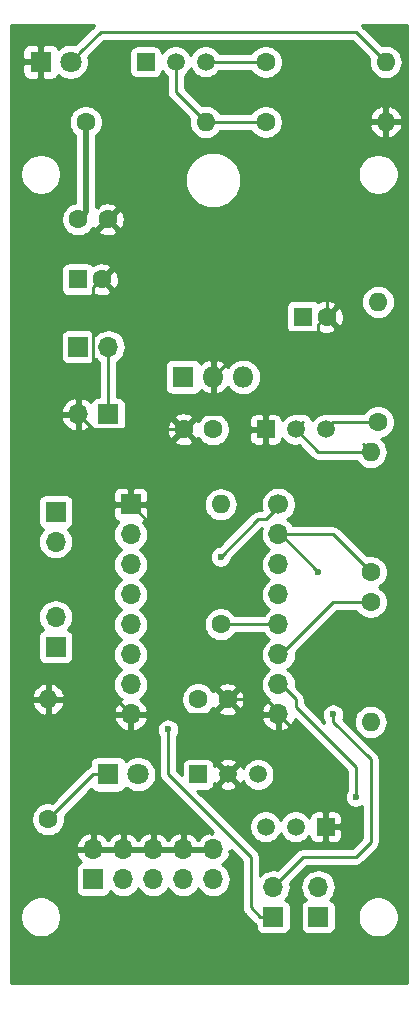
<source format=gbr>
G04 #@! TF.GenerationSoftware,KiCad,Pcbnew,(5.1.4)-1*
G04 #@! TF.CreationDate,2019-12-06T11:01:21-07:00*
G04 #@! TF.ProjectId,robot,726f626f-742e-46b6-9963-61645f706362,rev?*
G04 #@! TF.SameCoordinates,Original*
G04 #@! TF.FileFunction,Copper,L2,Bot*
G04 #@! TF.FilePolarity,Positive*
%FSLAX46Y46*%
G04 Gerber Fmt 4.6, Leading zero omitted, Abs format (unit mm)*
G04 Created by KiCad (PCBNEW (5.1.4)-1) date 2019-12-06 11:01:21*
%MOMM*%
%LPD*%
G04 APERTURE LIST*
%ADD10R,1.500000X1.500000*%
%ADD11C,1.500000*%
%ADD12O,1.600000X1.600000*%
%ADD13C,1.600000*%
%ADD14C,1.800000*%
%ADD15R,1.800000X1.800000*%
%ADD16R,1.700000X1.700000*%
%ADD17O,1.700000X1.700000*%
%ADD18O,1.800000X1.800000*%
%ADD19R,1.600000X1.600000*%
%ADD20C,1.700000*%
%ADD21C,0.600000*%
%ADD22C,0.250000*%
%ADD23C,0.550000*%
%ADD24C,0.254000*%
G04 APERTURE END LIST*
D10*
X107950000Y-22860000D03*
D11*
X113030000Y-22860000D03*
X110490000Y-22860000D03*
D12*
X128270000Y-22860000D03*
D13*
X118110000Y-22860000D03*
D12*
X128270000Y-27940000D03*
D13*
X118110000Y-27940000D03*
D12*
X113030000Y-27940000D03*
D13*
X102870000Y-27940000D03*
D14*
X101600000Y-22860000D03*
D15*
X99060000Y-22860000D03*
D10*
X112395000Y-83185000D03*
D11*
X117475000Y-83185000D03*
X114935000Y-83185000D03*
D10*
X118110000Y-53975000D03*
D11*
X123190000Y-53975000D03*
X120650000Y-53975000D03*
D10*
X123190000Y-87630000D03*
D11*
X118110000Y-87630000D03*
X120650000Y-87630000D03*
D13*
X112395000Y-76835000D03*
X114895000Y-76835000D03*
D16*
X100330000Y-60960000D03*
D17*
X100330000Y-63500000D03*
D16*
X100330000Y-72390000D03*
D17*
X100330000Y-69850000D03*
D15*
X111125000Y-49530000D03*
D18*
X113665000Y-49530000D03*
X116205000Y-49530000D03*
D19*
X102235000Y-41275000D03*
D13*
X104235000Y-41275000D03*
D15*
X104775000Y-83185000D03*
D14*
X107315000Y-83185000D03*
D16*
X122555000Y-95250000D03*
D17*
X122555000Y-92710000D03*
D16*
X118745000Y-95250000D03*
D17*
X118745000Y-92710000D03*
D13*
X113665000Y-53975000D03*
X111165000Y-53975000D03*
X102235000Y-36195000D03*
X104735000Y-36195000D03*
D19*
X121285000Y-44450000D03*
D13*
X123285000Y-44450000D03*
D16*
X103505000Y-92075000D03*
D17*
X103505000Y-89535000D03*
X106045000Y-92075000D03*
X106045000Y-89535000D03*
X108585000Y-92075000D03*
X108585000Y-89535000D03*
X111125000Y-92075000D03*
X111125000Y-89535000D03*
X113665000Y-92075000D03*
X113665000Y-89535000D03*
D16*
X104775000Y-52705000D03*
D17*
X102235000Y-52705000D03*
D16*
X102235000Y-46990000D03*
D17*
X104775000Y-46990000D03*
X119180000Y-78105000D03*
X119180000Y-75565000D03*
X119180000Y-73025000D03*
X119180000Y-70485000D03*
X119180000Y-67945000D03*
X119180000Y-65405000D03*
X119180000Y-62865000D03*
D20*
X119180000Y-60325000D03*
D16*
X106680000Y-60325000D03*
D17*
X106680000Y-62865000D03*
X106680000Y-65405000D03*
X106680000Y-67945000D03*
X106680000Y-70485000D03*
X106680000Y-73025000D03*
X106680000Y-75565000D03*
X106680000Y-78105000D03*
D13*
X99695000Y-86995000D03*
D12*
X99695000Y-76835000D03*
D13*
X114300000Y-70485000D03*
D12*
X114300000Y-60325000D03*
D13*
X127635000Y-53340000D03*
D12*
X127635000Y-43180000D03*
D13*
X127000000Y-68580000D03*
D12*
X127000000Y-78740000D03*
D13*
X127000000Y-66040000D03*
D12*
X127000000Y-55880000D03*
D21*
X109855000Y-64770000D03*
X125730000Y-85090000D03*
X114300000Y-64770000D03*
X109855000Y-79375000D03*
X122555000Y-66040000D03*
X123825000Y-78105000D03*
D22*
X113665000Y-49530000D02*
X117475000Y-45720000D01*
X117475000Y-45720000D02*
X122555000Y-45720000D01*
X122555000Y-45720000D02*
X122555000Y-45085000D01*
X122555000Y-45085000D02*
X123190000Y-44450000D01*
X123190000Y-44450000D02*
X123285000Y-44450000D01*
X119180000Y-78105000D02*
X119380000Y-78105000D01*
X102235000Y-52705000D02*
X102235000Y-49530000D01*
X102235000Y-49530000D02*
X103505000Y-48260000D01*
X103505000Y-48260000D02*
X103505000Y-41910000D01*
X103505000Y-41910000D02*
X104140000Y-41275000D01*
X104140000Y-41275000D02*
X104235000Y-41275000D01*
X109855000Y-64770000D02*
X109855000Y-63500000D01*
X109855000Y-63500000D02*
X106680000Y-60325000D01*
X111165000Y-53975000D02*
X103505000Y-53975000D01*
X103505000Y-53975000D02*
X102235000Y-52705000D01*
X114895000Y-76835000D02*
X114935000Y-76835000D01*
X114935000Y-76835000D02*
X113665000Y-78105000D01*
X113665000Y-78105000D02*
X106680000Y-78105000D01*
X106680000Y-78105000D02*
X105410000Y-76835000D01*
X105410000Y-76835000D02*
X99695000Y-76835000D01*
X119180000Y-78105000D02*
X119380000Y-78105000D01*
X119380000Y-78105000D02*
X118110000Y-76835000D01*
X118110000Y-76835000D02*
X114895000Y-76835000D01*
X111165000Y-53975000D02*
X111125000Y-53975000D01*
X111125000Y-53975000D02*
X112395000Y-52705000D01*
X112395000Y-52705000D02*
X114935000Y-52705000D01*
X114935000Y-52705000D02*
X116205000Y-53975000D01*
X116205000Y-53975000D02*
X118110000Y-53975000D01*
X111125000Y-89535000D02*
X108585000Y-89535000D01*
X108585000Y-89535000D02*
X106045000Y-89535000D01*
X106045000Y-89535000D02*
X103505000Y-89535000D01*
X113665000Y-89535000D02*
X111125000Y-89535000D01*
X119380000Y-78105000D02*
X119380000Y-78740000D01*
X123190000Y-82115000D02*
X123190000Y-87630000D01*
X119180000Y-78105000D02*
X123190000Y-82115000D01*
X123285000Y-44450000D02*
X123285000Y-32925000D01*
X128270000Y-27940000D02*
X125730000Y-27940000D01*
X123285000Y-30385000D02*
X123285000Y-32925000D01*
X125730000Y-27940000D02*
X123285000Y-30385000D01*
X99695000Y-86995000D02*
X103505000Y-83185000D01*
X103505000Y-83185000D02*
X104775000Y-83185000D01*
X119180000Y-75565000D02*
X119380000Y-75565000D01*
X119380000Y-75565000D02*
X120650000Y-76835000D01*
X120650000Y-76835000D02*
X120650000Y-77470000D01*
X120650000Y-77470000D02*
X125730000Y-82550000D01*
X125730000Y-82550000D02*
X125730000Y-85090000D01*
X119180000Y-73025000D02*
X119380000Y-73025000D01*
X119380000Y-73025000D02*
X123825000Y-68580000D01*
X123825000Y-68580000D02*
X127000000Y-68580000D01*
X119180000Y-60325000D02*
X119380000Y-60325000D01*
X119380000Y-60325000D02*
X118110000Y-61595000D01*
X118110000Y-61595000D02*
X117475000Y-61595000D01*
X117475000Y-61595000D02*
X114300000Y-64770000D01*
X116840000Y-94445000D02*
X117645000Y-95250000D01*
X117645000Y-95250000D02*
X118745000Y-95250000D01*
X116840000Y-90170000D02*
X116840000Y-94445000D01*
X109855000Y-83185000D02*
X116840000Y-90170000D01*
X109855000Y-79375000D02*
X109855000Y-83185000D01*
X119180000Y-62865000D02*
X119380000Y-62865000D01*
X119380000Y-62865000D02*
X122555000Y-66040000D01*
X127000000Y-66040000D02*
X123825000Y-62865000D01*
X123825000Y-62865000D02*
X119180000Y-62865000D01*
X123825000Y-78740000D02*
X123825000Y-78105000D01*
X120015000Y-91440000D02*
X121285000Y-90170000D01*
X121285000Y-90170000D02*
X125730000Y-90170000D01*
X125730000Y-90170000D02*
X127000000Y-88900000D01*
X127000000Y-88900000D02*
X127000000Y-81915000D01*
X127000000Y-81915000D02*
X123825000Y-78740000D01*
X120015000Y-91440000D02*
X118745000Y-92710000D01*
X119180000Y-70485000D02*
X114300000Y-70485000D01*
X123825000Y-53340000D02*
X123190000Y-53975000D01*
X127635000Y-53340000D02*
X123825000Y-53340000D01*
X120650000Y-53975000D02*
X121285000Y-53340000D01*
X127000000Y-55880000D02*
X126365000Y-55245000D01*
X122555000Y-55880000D02*
X120650000Y-53975000D01*
X127000000Y-55880000D02*
X122555000Y-55880000D01*
D23*
X102870000Y-35560000D02*
X102235000Y-36195000D01*
X102870000Y-27940000D02*
X102870000Y-35560000D01*
D22*
X104775000Y-52705000D02*
X104775000Y-46990000D01*
X102499999Y-21960001D02*
X101600000Y-22860000D01*
X104140000Y-20320000D02*
X102499999Y-21960001D01*
X125730000Y-20320000D02*
X104140000Y-20320000D01*
X128270000Y-22860000D02*
X125730000Y-20320000D01*
X113030000Y-22860000D02*
X118110000Y-22860000D01*
X113030000Y-27940000D02*
X118110000Y-27940000D01*
X110490000Y-25400000D02*
X113030000Y-27940000D01*
X110490000Y-22860000D02*
X110490000Y-25400000D01*
D24*
G36*
X103599999Y-19779999D02*
G01*
X103576201Y-19808997D01*
X102008930Y-21376269D01*
X101751184Y-21325000D01*
X101448816Y-21325000D01*
X101152257Y-21383989D01*
X100872905Y-21499701D01*
X100621495Y-21667688D01*
X100555056Y-21734127D01*
X100549502Y-21715820D01*
X100490537Y-21605506D01*
X100411185Y-21508815D01*
X100314494Y-21429463D01*
X100204180Y-21370498D01*
X100084482Y-21334188D01*
X99960000Y-21321928D01*
X99345750Y-21325000D01*
X99187000Y-21483750D01*
X99187000Y-22733000D01*
X99207000Y-22733000D01*
X99207000Y-22987000D01*
X99187000Y-22987000D01*
X99187000Y-24236250D01*
X99345750Y-24395000D01*
X99960000Y-24398072D01*
X100084482Y-24385812D01*
X100204180Y-24349502D01*
X100314494Y-24290537D01*
X100411185Y-24211185D01*
X100490537Y-24114494D01*
X100549502Y-24004180D01*
X100555056Y-23985873D01*
X100621495Y-24052312D01*
X100872905Y-24220299D01*
X101152257Y-24336011D01*
X101448816Y-24395000D01*
X101751184Y-24395000D01*
X102047743Y-24336011D01*
X102327095Y-24220299D01*
X102578505Y-24052312D01*
X102792312Y-23838505D01*
X102960299Y-23587095D01*
X103076011Y-23307743D01*
X103135000Y-23011184D01*
X103135000Y-22708816D01*
X103083731Y-22451070D01*
X103424801Y-22110000D01*
X106561928Y-22110000D01*
X106561928Y-23610000D01*
X106574188Y-23734482D01*
X106610498Y-23854180D01*
X106669463Y-23964494D01*
X106748815Y-24061185D01*
X106845506Y-24140537D01*
X106955820Y-24199502D01*
X107075518Y-24235812D01*
X107200000Y-24248072D01*
X108700000Y-24248072D01*
X108824482Y-24235812D01*
X108944180Y-24199502D01*
X109054494Y-24140537D01*
X109151185Y-24061185D01*
X109230537Y-23964494D01*
X109289502Y-23854180D01*
X109325812Y-23734482D01*
X109336445Y-23626517D01*
X109414201Y-23742886D01*
X109607114Y-23935799D01*
X109730000Y-24017909D01*
X109730001Y-25362668D01*
X109726324Y-25400000D01*
X109740998Y-25548985D01*
X109784454Y-25692246D01*
X109855026Y-25824276D01*
X109926201Y-25911002D01*
X109950000Y-25940001D01*
X109978998Y-25963799D01*
X111629292Y-27614094D01*
X111615764Y-27658691D01*
X111588057Y-27940000D01*
X111615764Y-28221309D01*
X111697818Y-28491808D01*
X111831068Y-28741101D01*
X112010392Y-28959608D01*
X112228899Y-29138932D01*
X112478192Y-29272182D01*
X112748691Y-29354236D01*
X112959508Y-29375000D01*
X113100492Y-29375000D01*
X113311309Y-29354236D01*
X113581808Y-29272182D01*
X113831101Y-29138932D01*
X114049608Y-28959608D01*
X114228932Y-28741101D01*
X114250901Y-28700000D01*
X116891957Y-28700000D01*
X116995363Y-28854759D01*
X117195241Y-29054637D01*
X117430273Y-29211680D01*
X117691426Y-29319853D01*
X117968665Y-29375000D01*
X118251335Y-29375000D01*
X118528574Y-29319853D01*
X118789727Y-29211680D01*
X119024759Y-29054637D01*
X119224637Y-28854759D01*
X119381680Y-28619727D01*
X119489853Y-28358574D01*
X119503684Y-28289039D01*
X126878096Y-28289039D01*
X126918754Y-28423087D01*
X127038963Y-28677420D01*
X127206481Y-28903414D01*
X127414869Y-29092385D01*
X127656119Y-29237070D01*
X127920960Y-29331909D01*
X128143000Y-29210624D01*
X128143000Y-28067000D01*
X128397000Y-28067000D01*
X128397000Y-29210624D01*
X128619040Y-29331909D01*
X128883881Y-29237070D01*
X129125131Y-29092385D01*
X129333519Y-28903414D01*
X129501037Y-28677420D01*
X129621246Y-28423087D01*
X129661904Y-28289039D01*
X129539915Y-28067000D01*
X128397000Y-28067000D01*
X128143000Y-28067000D01*
X127000085Y-28067000D01*
X126878096Y-28289039D01*
X119503684Y-28289039D01*
X119545000Y-28081335D01*
X119545000Y-27798665D01*
X119503685Y-27590961D01*
X126878096Y-27590961D01*
X127000085Y-27813000D01*
X128143000Y-27813000D01*
X128143000Y-26669376D01*
X128397000Y-26669376D01*
X128397000Y-27813000D01*
X129539915Y-27813000D01*
X129661904Y-27590961D01*
X129621246Y-27456913D01*
X129501037Y-27202580D01*
X129333519Y-26976586D01*
X129125131Y-26787615D01*
X128883881Y-26642930D01*
X128619040Y-26548091D01*
X128397000Y-26669376D01*
X128143000Y-26669376D01*
X127920960Y-26548091D01*
X127656119Y-26642930D01*
X127414869Y-26787615D01*
X127206481Y-26976586D01*
X127038963Y-27202580D01*
X126918754Y-27456913D01*
X126878096Y-27590961D01*
X119503685Y-27590961D01*
X119489853Y-27521426D01*
X119381680Y-27260273D01*
X119224637Y-27025241D01*
X119024759Y-26825363D01*
X118789727Y-26668320D01*
X118528574Y-26560147D01*
X118251335Y-26505000D01*
X117968665Y-26505000D01*
X117691426Y-26560147D01*
X117430273Y-26668320D01*
X117195241Y-26825363D01*
X116995363Y-27025241D01*
X116891957Y-27180000D01*
X114250901Y-27180000D01*
X114228932Y-27138899D01*
X114049608Y-26920392D01*
X113831101Y-26741068D01*
X113581808Y-26607818D01*
X113311309Y-26525764D01*
X113100492Y-26505000D01*
X112959508Y-26505000D01*
X112748691Y-26525764D01*
X112704094Y-26539292D01*
X111250000Y-25085199D01*
X111250000Y-24017909D01*
X111372886Y-23935799D01*
X111565799Y-23742886D01*
X111717371Y-23516043D01*
X111760000Y-23413127D01*
X111802629Y-23516043D01*
X111954201Y-23742886D01*
X112147114Y-23935799D01*
X112373957Y-24087371D01*
X112626011Y-24191775D01*
X112893589Y-24245000D01*
X113166411Y-24245000D01*
X113433989Y-24191775D01*
X113686043Y-24087371D01*
X113912886Y-23935799D01*
X114105799Y-23742886D01*
X114187909Y-23620000D01*
X116891957Y-23620000D01*
X116995363Y-23774759D01*
X117195241Y-23974637D01*
X117430273Y-24131680D01*
X117691426Y-24239853D01*
X117968665Y-24295000D01*
X118251335Y-24295000D01*
X118528574Y-24239853D01*
X118789727Y-24131680D01*
X119024759Y-23974637D01*
X119224637Y-23774759D01*
X119381680Y-23539727D01*
X119489853Y-23278574D01*
X119545000Y-23001335D01*
X119545000Y-22718665D01*
X119489853Y-22441426D01*
X119381680Y-22180273D01*
X119224637Y-21945241D01*
X119024759Y-21745363D01*
X118789727Y-21588320D01*
X118528574Y-21480147D01*
X118251335Y-21425000D01*
X117968665Y-21425000D01*
X117691426Y-21480147D01*
X117430273Y-21588320D01*
X117195241Y-21745363D01*
X116995363Y-21945241D01*
X116891957Y-22100000D01*
X114187909Y-22100000D01*
X114105799Y-21977114D01*
X113912886Y-21784201D01*
X113686043Y-21632629D01*
X113433989Y-21528225D01*
X113166411Y-21475000D01*
X112893589Y-21475000D01*
X112626011Y-21528225D01*
X112373957Y-21632629D01*
X112147114Y-21784201D01*
X111954201Y-21977114D01*
X111802629Y-22203957D01*
X111760000Y-22306873D01*
X111717371Y-22203957D01*
X111565799Y-21977114D01*
X111372886Y-21784201D01*
X111146043Y-21632629D01*
X110893989Y-21528225D01*
X110626411Y-21475000D01*
X110353589Y-21475000D01*
X110086011Y-21528225D01*
X109833957Y-21632629D01*
X109607114Y-21784201D01*
X109414201Y-21977114D01*
X109336445Y-22093483D01*
X109325812Y-21985518D01*
X109289502Y-21865820D01*
X109230537Y-21755506D01*
X109151185Y-21658815D01*
X109054494Y-21579463D01*
X108944180Y-21520498D01*
X108824482Y-21484188D01*
X108700000Y-21471928D01*
X107200000Y-21471928D01*
X107075518Y-21484188D01*
X106955820Y-21520498D01*
X106845506Y-21579463D01*
X106748815Y-21658815D01*
X106669463Y-21755506D01*
X106610498Y-21865820D01*
X106574188Y-21985518D01*
X106561928Y-22110000D01*
X103424801Y-22110000D01*
X104454802Y-21080000D01*
X125415199Y-21080000D01*
X126869292Y-22534094D01*
X126855764Y-22578691D01*
X126828057Y-22860000D01*
X126855764Y-23141309D01*
X126937818Y-23411808D01*
X127071068Y-23661101D01*
X127250392Y-23879608D01*
X127468899Y-24058932D01*
X127718192Y-24192182D01*
X127988691Y-24274236D01*
X128199508Y-24295000D01*
X128340492Y-24295000D01*
X128551309Y-24274236D01*
X128821808Y-24192182D01*
X129071101Y-24058932D01*
X129289608Y-23879608D01*
X129468932Y-23661101D01*
X129602182Y-23411808D01*
X129684236Y-23141309D01*
X129711943Y-22860000D01*
X129684236Y-22578691D01*
X129602182Y-22308192D01*
X129468932Y-22058899D01*
X129289608Y-21840392D01*
X129071101Y-21661068D01*
X128821808Y-21527818D01*
X128551309Y-21445764D01*
X128340492Y-21425000D01*
X128199508Y-21425000D01*
X127988691Y-21445764D01*
X127944094Y-21459292D01*
X126293804Y-19809003D01*
X126270001Y-19779999D01*
X126245632Y-19760000D01*
X130100000Y-19760000D01*
X130100001Y-77435123D01*
X130100000Y-93945123D01*
X130100000Y-93945124D01*
X130100001Y-100890000D01*
X96595000Y-100890000D01*
X96595000Y-95079117D01*
X97325000Y-95079117D01*
X97325000Y-95420883D01*
X97391675Y-95756081D01*
X97522463Y-96071831D01*
X97712337Y-96355998D01*
X97954002Y-96597663D01*
X98238169Y-96787537D01*
X98553919Y-96918325D01*
X98889117Y-96985000D01*
X99230883Y-96985000D01*
X99566081Y-96918325D01*
X99881831Y-96787537D01*
X100165998Y-96597663D01*
X100407663Y-96355998D01*
X100597537Y-96071831D01*
X100728325Y-95756081D01*
X100795000Y-95420883D01*
X100795000Y-95079117D01*
X100728325Y-94743919D01*
X100597537Y-94428169D01*
X100407663Y-94144002D01*
X100165998Y-93902337D01*
X99881831Y-93712463D01*
X99566081Y-93581675D01*
X99230883Y-93515000D01*
X98889117Y-93515000D01*
X98553919Y-93581675D01*
X98238169Y-93712463D01*
X97954002Y-93902337D01*
X97712337Y-94144002D01*
X97522463Y-94428169D01*
X97391675Y-94743919D01*
X97325000Y-95079117D01*
X96595000Y-95079117D01*
X96595000Y-91225000D01*
X102016928Y-91225000D01*
X102016928Y-92925000D01*
X102029188Y-93049482D01*
X102065498Y-93169180D01*
X102124463Y-93279494D01*
X102203815Y-93376185D01*
X102300506Y-93455537D01*
X102410820Y-93514502D01*
X102530518Y-93550812D01*
X102655000Y-93563072D01*
X104355000Y-93563072D01*
X104479482Y-93550812D01*
X104599180Y-93514502D01*
X104709494Y-93455537D01*
X104806185Y-93376185D01*
X104885537Y-93279494D01*
X104944502Y-93169180D01*
X104965393Y-93100313D01*
X104989866Y-93130134D01*
X105215986Y-93315706D01*
X105473966Y-93453599D01*
X105753889Y-93538513D01*
X105972050Y-93560000D01*
X106117950Y-93560000D01*
X106336111Y-93538513D01*
X106616034Y-93453599D01*
X106874014Y-93315706D01*
X107100134Y-93130134D01*
X107285706Y-92904014D01*
X107315000Y-92849209D01*
X107344294Y-92904014D01*
X107529866Y-93130134D01*
X107755986Y-93315706D01*
X108013966Y-93453599D01*
X108293889Y-93538513D01*
X108512050Y-93560000D01*
X108657950Y-93560000D01*
X108876111Y-93538513D01*
X109156034Y-93453599D01*
X109414014Y-93315706D01*
X109640134Y-93130134D01*
X109825706Y-92904014D01*
X109855000Y-92849209D01*
X109884294Y-92904014D01*
X110069866Y-93130134D01*
X110295986Y-93315706D01*
X110553966Y-93453599D01*
X110833889Y-93538513D01*
X111052050Y-93560000D01*
X111197950Y-93560000D01*
X111416111Y-93538513D01*
X111696034Y-93453599D01*
X111954014Y-93315706D01*
X112180134Y-93130134D01*
X112365706Y-92904014D01*
X112395000Y-92849209D01*
X112424294Y-92904014D01*
X112609866Y-93130134D01*
X112835986Y-93315706D01*
X113093966Y-93453599D01*
X113373889Y-93538513D01*
X113592050Y-93560000D01*
X113737950Y-93560000D01*
X113956111Y-93538513D01*
X114236034Y-93453599D01*
X114494014Y-93315706D01*
X114720134Y-93130134D01*
X114905706Y-92904014D01*
X115043599Y-92646034D01*
X115128513Y-92366111D01*
X115157185Y-92075000D01*
X115128513Y-91783889D01*
X115043599Y-91503966D01*
X114905706Y-91245986D01*
X114720134Y-91019866D01*
X114494014Y-90834294D01*
X114436244Y-90803416D01*
X114665269Y-90632588D01*
X114860178Y-90416355D01*
X115009157Y-90166252D01*
X115106481Y-89891891D01*
X114985815Y-89662002D01*
X115150000Y-89662002D01*
X115150000Y-89554802D01*
X116080000Y-90484802D01*
X116080001Y-94407668D01*
X116076324Y-94445000D01*
X116080001Y-94482333D01*
X116086120Y-94544454D01*
X116090998Y-94593985D01*
X116134454Y-94737246D01*
X116205026Y-94869276D01*
X116276201Y-94956002D01*
X116300000Y-94985001D01*
X116328998Y-95008799D01*
X117081201Y-95761002D01*
X117104999Y-95790001D01*
X117133997Y-95813799D01*
X117220723Y-95884974D01*
X117256928Y-95904326D01*
X117256928Y-96100000D01*
X117269188Y-96224482D01*
X117305498Y-96344180D01*
X117364463Y-96454494D01*
X117443815Y-96551185D01*
X117540506Y-96630537D01*
X117650820Y-96689502D01*
X117770518Y-96725812D01*
X117895000Y-96738072D01*
X119595000Y-96738072D01*
X119719482Y-96725812D01*
X119839180Y-96689502D01*
X119949494Y-96630537D01*
X120046185Y-96551185D01*
X120125537Y-96454494D01*
X120184502Y-96344180D01*
X120220812Y-96224482D01*
X120233072Y-96100000D01*
X120233072Y-94400000D01*
X120220812Y-94275518D01*
X120184502Y-94155820D01*
X120125537Y-94045506D01*
X120046185Y-93948815D01*
X119949494Y-93869463D01*
X119839180Y-93810498D01*
X119770313Y-93789607D01*
X119800134Y-93765134D01*
X119985706Y-93539014D01*
X120123599Y-93281034D01*
X120208513Y-93001111D01*
X120237185Y-92710000D01*
X121062815Y-92710000D01*
X121091487Y-93001111D01*
X121176401Y-93281034D01*
X121314294Y-93539014D01*
X121499866Y-93765134D01*
X121529687Y-93789607D01*
X121460820Y-93810498D01*
X121350506Y-93869463D01*
X121253815Y-93948815D01*
X121174463Y-94045506D01*
X121115498Y-94155820D01*
X121079188Y-94275518D01*
X121066928Y-94400000D01*
X121066928Y-96100000D01*
X121079188Y-96224482D01*
X121115498Y-96344180D01*
X121174463Y-96454494D01*
X121253815Y-96551185D01*
X121350506Y-96630537D01*
X121460820Y-96689502D01*
X121580518Y-96725812D01*
X121705000Y-96738072D01*
X123405000Y-96738072D01*
X123529482Y-96725812D01*
X123649180Y-96689502D01*
X123759494Y-96630537D01*
X123856185Y-96551185D01*
X123935537Y-96454494D01*
X123994502Y-96344180D01*
X124030812Y-96224482D01*
X124043072Y-96100000D01*
X124043072Y-95079117D01*
X125900000Y-95079117D01*
X125900000Y-95420883D01*
X125966675Y-95756081D01*
X126097463Y-96071831D01*
X126287337Y-96355998D01*
X126529002Y-96597663D01*
X126813169Y-96787537D01*
X127128919Y-96918325D01*
X127464117Y-96985000D01*
X127805883Y-96985000D01*
X128141081Y-96918325D01*
X128456831Y-96787537D01*
X128740998Y-96597663D01*
X128982663Y-96355998D01*
X129172537Y-96071831D01*
X129303325Y-95756081D01*
X129370000Y-95420883D01*
X129370000Y-95079117D01*
X129303325Y-94743919D01*
X129172537Y-94428169D01*
X128982663Y-94144002D01*
X128740998Y-93902337D01*
X128456831Y-93712463D01*
X128141081Y-93581675D01*
X127805883Y-93515000D01*
X127464117Y-93515000D01*
X127128919Y-93581675D01*
X126813169Y-93712463D01*
X126529002Y-93902337D01*
X126287337Y-94144002D01*
X126097463Y-94428169D01*
X125966675Y-94743919D01*
X125900000Y-95079117D01*
X124043072Y-95079117D01*
X124043072Y-94400000D01*
X124030812Y-94275518D01*
X123994502Y-94155820D01*
X123935537Y-94045506D01*
X123856185Y-93948815D01*
X123759494Y-93869463D01*
X123649180Y-93810498D01*
X123580313Y-93789607D01*
X123610134Y-93765134D01*
X123795706Y-93539014D01*
X123933599Y-93281034D01*
X124018513Y-93001111D01*
X124047185Y-92710000D01*
X124018513Y-92418889D01*
X123933599Y-92138966D01*
X123795706Y-91880986D01*
X123610134Y-91654866D01*
X123384014Y-91469294D01*
X123126034Y-91331401D01*
X122846111Y-91246487D01*
X122627950Y-91225000D01*
X122482050Y-91225000D01*
X122263889Y-91246487D01*
X121983966Y-91331401D01*
X121725986Y-91469294D01*
X121499866Y-91654866D01*
X121314294Y-91880986D01*
X121176401Y-92138966D01*
X121091487Y-92418889D01*
X121062815Y-92710000D01*
X120237185Y-92710000D01*
X120208513Y-92418889D01*
X120185797Y-92344005D01*
X120578799Y-91951003D01*
X120578803Y-91950998D01*
X121599802Y-90930000D01*
X125692678Y-90930000D01*
X125730000Y-90933676D01*
X125767322Y-90930000D01*
X125767333Y-90930000D01*
X125878986Y-90919003D01*
X126022247Y-90875546D01*
X126154276Y-90804974D01*
X126270001Y-90710001D01*
X126293804Y-90680997D01*
X127511004Y-89463798D01*
X127540001Y-89440001D01*
X127634974Y-89324276D01*
X127705546Y-89192247D01*
X127749003Y-89048986D01*
X127760000Y-88937333D01*
X127760000Y-88937324D01*
X127763676Y-88900001D01*
X127760000Y-88862678D01*
X127760000Y-81952322D01*
X127763676Y-81914999D01*
X127760000Y-81877676D01*
X127760000Y-81877667D01*
X127749003Y-81766014D01*
X127705546Y-81622753D01*
X127634974Y-81490723D01*
X127563799Y-81403997D01*
X127540001Y-81374999D01*
X127511003Y-81351201D01*
X124899802Y-78740000D01*
X125558057Y-78740000D01*
X125585764Y-79021309D01*
X125667818Y-79291808D01*
X125801068Y-79541101D01*
X125980392Y-79759608D01*
X126198899Y-79938932D01*
X126448192Y-80072182D01*
X126718691Y-80154236D01*
X126929508Y-80175000D01*
X127070492Y-80175000D01*
X127281309Y-80154236D01*
X127551808Y-80072182D01*
X127801101Y-79938932D01*
X128019608Y-79759608D01*
X128198932Y-79541101D01*
X128332182Y-79291808D01*
X128414236Y-79021309D01*
X128441943Y-78740000D01*
X128414236Y-78458691D01*
X128332182Y-78188192D01*
X128198932Y-77938899D01*
X128019608Y-77720392D01*
X127801101Y-77541068D01*
X127551808Y-77407818D01*
X127281309Y-77325764D01*
X127070492Y-77305000D01*
X126929508Y-77305000D01*
X126718691Y-77325764D01*
X126448192Y-77407818D01*
X126198899Y-77541068D01*
X125980392Y-77720392D01*
X125801068Y-77938899D01*
X125667818Y-78188192D01*
X125585764Y-78458691D01*
X125558057Y-78740000D01*
X124899802Y-78740000D01*
X124669433Y-78509632D01*
X124724068Y-78377729D01*
X124760000Y-78197089D01*
X124760000Y-78012911D01*
X124724068Y-77832271D01*
X124653586Y-77662111D01*
X124551262Y-77508972D01*
X124421028Y-77378738D01*
X124267889Y-77276414D01*
X124097729Y-77205932D01*
X123917089Y-77170000D01*
X123732911Y-77170000D01*
X123552271Y-77205932D01*
X123382111Y-77276414D01*
X123228972Y-77378738D01*
X123098738Y-77508972D01*
X122996414Y-77662111D01*
X122925932Y-77832271D01*
X122890000Y-78012911D01*
X122890000Y-78197089D01*
X122925932Y-78377729D01*
X122996414Y-78547889D01*
X123065000Y-78650535D01*
X123065000Y-78702678D01*
X123061324Y-78740000D01*
X123065000Y-78777322D01*
X123065000Y-78777332D01*
X123068591Y-78813789D01*
X121410000Y-77155199D01*
X121410000Y-76872322D01*
X121413676Y-76834999D01*
X121410000Y-76797676D01*
X121410000Y-76797667D01*
X121399003Y-76686014D01*
X121355546Y-76542753D01*
X121284974Y-76410724D01*
X121190001Y-76294999D01*
X121161004Y-76271202D01*
X120652694Y-75762893D01*
X120672185Y-75565000D01*
X120643513Y-75273889D01*
X120558599Y-74993966D01*
X120420706Y-74735986D01*
X120235134Y-74509866D01*
X120009014Y-74324294D01*
X119954209Y-74295000D01*
X120009014Y-74265706D01*
X120235134Y-74080134D01*
X120420706Y-73854014D01*
X120558599Y-73596034D01*
X120643513Y-73316111D01*
X120672185Y-73025000D01*
X120652694Y-72827107D01*
X124139802Y-69340000D01*
X125781957Y-69340000D01*
X125885363Y-69494759D01*
X126085241Y-69694637D01*
X126320273Y-69851680D01*
X126581426Y-69959853D01*
X126858665Y-70015000D01*
X127141335Y-70015000D01*
X127418574Y-69959853D01*
X127679727Y-69851680D01*
X127914759Y-69694637D01*
X128114637Y-69494759D01*
X128271680Y-69259727D01*
X128379853Y-68998574D01*
X128435000Y-68721335D01*
X128435000Y-68438665D01*
X128379853Y-68161426D01*
X128271680Y-67900273D01*
X128114637Y-67665241D01*
X127914759Y-67465363D01*
X127682241Y-67310000D01*
X127914759Y-67154637D01*
X128114637Y-66954759D01*
X128271680Y-66719727D01*
X128379853Y-66458574D01*
X128435000Y-66181335D01*
X128435000Y-65898665D01*
X128379853Y-65621426D01*
X128271680Y-65360273D01*
X128114637Y-65125241D01*
X127914759Y-64925363D01*
X127679727Y-64768320D01*
X127418574Y-64660147D01*
X127141335Y-64605000D01*
X126858665Y-64605000D01*
X126676114Y-64641312D01*
X124388804Y-62354003D01*
X124365001Y-62324999D01*
X124249276Y-62230026D01*
X124117247Y-62159454D01*
X123973986Y-62115997D01*
X123862333Y-62105000D01*
X123862322Y-62105000D01*
X123825000Y-62101324D01*
X123787678Y-62105000D01*
X120457595Y-62105000D01*
X120420706Y-62035986D01*
X120235134Y-61809866D01*
X120009014Y-61624294D01*
X119953115Y-61594415D01*
X120126632Y-61478475D01*
X120333475Y-61271632D01*
X120495990Y-61028411D01*
X120607932Y-60758158D01*
X120665000Y-60471260D01*
X120665000Y-60178740D01*
X120607932Y-59891842D01*
X120495990Y-59621589D01*
X120333475Y-59378368D01*
X120126632Y-59171525D01*
X119883411Y-59009010D01*
X119613158Y-58897068D01*
X119326260Y-58840000D01*
X119033740Y-58840000D01*
X118746842Y-58897068D01*
X118476589Y-59009010D01*
X118233368Y-59171525D01*
X118026525Y-59378368D01*
X117864010Y-59621589D01*
X117752068Y-59891842D01*
X117695000Y-60178740D01*
X117695000Y-60471260D01*
X117752068Y-60758158D01*
X117783897Y-60835000D01*
X117512322Y-60835000D01*
X117474999Y-60831324D01*
X117437676Y-60835000D01*
X117437667Y-60835000D01*
X117326014Y-60845997D01*
X117182753Y-60889454D01*
X117050723Y-60960026D01*
X116967397Y-61028411D01*
X116934999Y-61054999D01*
X116911201Y-61083997D01*
X114148352Y-63846847D01*
X114027271Y-63870932D01*
X113857111Y-63941414D01*
X113703972Y-64043738D01*
X113573738Y-64173972D01*
X113471414Y-64327111D01*
X113400932Y-64497271D01*
X113365000Y-64677911D01*
X113365000Y-64862089D01*
X113400932Y-65042729D01*
X113471414Y-65212889D01*
X113573738Y-65366028D01*
X113703972Y-65496262D01*
X113857111Y-65598586D01*
X114027271Y-65669068D01*
X114207911Y-65705000D01*
X114392089Y-65705000D01*
X114572729Y-65669068D01*
X114742889Y-65598586D01*
X114896028Y-65496262D01*
X115026262Y-65366028D01*
X115128586Y-65212889D01*
X115199068Y-65042729D01*
X115223153Y-64921648D01*
X117779875Y-62364927D01*
X117716487Y-62573889D01*
X117687815Y-62865000D01*
X117716487Y-63156111D01*
X117801401Y-63436034D01*
X117939294Y-63694014D01*
X118124866Y-63920134D01*
X118350986Y-64105706D01*
X118405791Y-64135000D01*
X118350986Y-64164294D01*
X118124866Y-64349866D01*
X117939294Y-64575986D01*
X117801401Y-64833966D01*
X117716487Y-65113889D01*
X117687815Y-65405000D01*
X117716487Y-65696111D01*
X117801401Y-65976034D01*
X117939294Y-66234014D01*
X118124866Y-66460134D01*
X118350986Y-66645706D01*
X118405791Y-66675000D01*
X118350986Y-66704294D01*
X118124866Y-66889866D01*
X117939294Y-67115986D01*
X117801401Y-67373966D01*
X117716487Y-67653889D01*
X117687815Y-67945000D01*
X117716487Y-68236111D01*
X117801401Y-68516034D01*
X117939294Y-68774014D01*
X118124866Y-69000134D01*
X118350986Y-69185706D01*
X118405791Y-69215000D01*
X118350986Y-69244294D01*
X118124866Y-69429866D01*
X117939294Y-69655986D01*
X117902405Y-69725000D01*
X115518043Y-69725000D01*
X115414637Y-69570241D01*
X115214759Y-69370363D01*
X114979727Y-69213320D01*
X114718574Y-69105147D01*
X114441335Y-69050000D01*
X114158665Y-69050000D01*
X113881426Y-69105147D01*
X113620273Y-69213320D01*
X113385241Y-69370363D01*
X113185363Y-69570241D01*
X113028320Y-69805273D01*
X112920147Y-70066426D01*
X112865000Y-70343665D01*
X112865000Y-70626335D01*
X112920147Y-70903574D01*
X113028320Y-71164727D01*
X113185363Y-71399759D01*
X113385241Y-71599637D01*
X113620273Y-71756680D01*
X113881426Y-71864853D01*
X114158665Y-71920000D01*
X114441335Y-71920000D01*
X114718574Y-71864853D01*
X114979727Y-71756680D01*
X115214759Y-71599637D01*
X115414637Y-71399759D01*
X115518043Y-71245000D01*
X117902405Y-71245000D01*
X117939294Y-71314014D01*
X118124866Y-71540134D01*
X118350986Y-71725706D01*
X118405791Y-71755000D01*
X118350986Y-71784294D01*
X118124866Y-71969866D01*
X117939294Y-72195986D01*
X117801401Y-72453966D01*
X117716487Y-72733889D01*
X117687815Y-73025000D01*
X117716487Y-73316111D01*
X117801401Y-73596034D01*
X117939294Y-73854014D01*
X118124866Y-74080134D01*
X118350986Y-74265706D01*
X118405791Y-74295000D01*
X118350986Y-74324294D01*
X118124866Y-74509866D01*
X117939294Y-74735986D01*
X117801401Y-74993966D01*
X117716487Y-75273889D01*
X117687815Y-75565000D01*
X117716487Y-75856111D01*
X117801401Y-76136034D01*
X117939294Y-76394014D01*
X118124866Y-76620134D01*
X118350986Y-76805706D01*
X118415523Y-76840201D01*
X118298645Y-76909822D01*
X118082412Y-77104731D01*
X117908359Y-77338080D01*
X117783175Y-77600901D01*
X117738524Y-77748110D01*
X117859845Y-77978000D01*
X119053000Y-77978000D01*
X119053000Y-77958000D01*
X119307000Y-77958000D01*
X119307000Y-77978000D01*
X119327000Y-77978000D01*
X119327000Y-78232000D01*
X119307000Y-78232000D01*
X119307000Y-79425814D01*
X119536891Y-79546481D01*
X119811252Y-79449157D01*
X120061355Y-79300178D01*
X120277588Y-79105269D01*
X120451641Y-78871920D01*
X120576825Y-78609099D01*
X120608819Y-78503620D01*
X124970000Y-82864802D01*
X124970001Y-84544463D01*
X124901414Y-84647111D01*
X124830932Y-84817271D01*
X124795000Y-84997911D01*
X124795000Y-85182089D01*
X124830932Y-85362729D01*
X124901414Y-85532889D01*
X125003738Y-85686028D01*
X125133972Y-85816262D01*
X125287111Y-85918586D01*
X125457271Y-85989068D01*
X125637911Y-86025000D01*
X125822089Y-86025000D01*
X126002729Y-85989068D01*
X126172889Y-85918586D01*
X126240000Y-85873744D01*
X126240000Y-88585198D01*
X125415199Y-89410000D01*
X121322322Y-89410000D01*
X121284999Y-89406324D01*
X121247676Y-89410000D01*
X121247667Y-89410000D01*
X121136014Y-89420997D01*
X120992753Y-89464454D01*
X120860724Y-89535026D01*
X120744999Y-89629999D01*
X120721201Y-89658997D01*
X119504002Y-90876197D01*
X119503997Y-90876201D01*
X119110995Y-91269203D01*
X119036111Y-91246487D01*
X118817950Y-91225000D01*
X118672050Y-91225000D01*
X118453889Y-91246487D01*
X118173966Y-91331401D01*
X117915986Y-91469294D01*
X117689866Y-91654866D01*
X117600000Y-91764368D01*
X117600000Y-90207325D01*
X117603676Y-90170000D01*
X117600000Y-90132675D01*
X117600000Y-90132667D01*
X117589003Y-90021014D01*
X117545546Y-89877753D01*
X117474974Y-89745724D01*
X117380001Y-89629999D01*
X117351003Y-89606201D01*
X115238391Y-87493589D01*
X116725000Y-87493589D01*
X116725000Y-87766411D01*
X116778225Y-88033989D01*
X116882629Y-88286043D01*
X117034201Y-88512886D01*
X117227114Y-88705799D01*
X117453957Y-88857371D01*
X117706011Y-88961775D01*
X117973589Y-89015000D01*
X118246411Y-89015000D01*
X118513989Y-88961775D01*
X118766043Y-88857371D01*
X118992886Y-88705799D01*
X119185799Y-88512886D01*
X119337371Y-88286043D01*
X119380000Y-88183127D01*
X119422629Y-88286043D01*
X119574201Y-88512886D01*
X119767114Y-88705799D01*
X119993957Y-88857371D01*
X120246011Y-88961775D01*
X120513589Y-89015000D01*
X120786411Y-89015000D01*
X121053989Y-88961775D01*
X121306043Y-88857371D01*
X121532886Y-88705799D01*
X121725799Y-88512886D01*
X121803555Y-88396517D01*
X121814188Y-88504482D01*
X121850498Y-88624180D01*
X121909463Y-88734494D01*
X121988815Y-88831185D01*
X122085506Y-88910537D01*
X122195820Y-88969502D01*
X122315518Y-89005812D01*
X122440000Y-89018072D01*
X122904250Y-89015000D01*
X123063000Y-88856250D01*
X123063000Y-87757000D01*
X123317000Y-87757000D01*
X123317000Y-88856250D01*
X123475750Y-89015000D01*
X123940000Y-89018072D01*
X124064482Y-89005812D01*
X124184180Y-88969502D01*
X124294494Y-88910537D01*
X124391185Y-88831185D01*
X124470537Y-88734494D01*
X124529502Y-88624180D01*
X124565812Y-88504482D01*
X124578072Y-88380000D01*
X124575000Y-87915750D01*
X124416250Y-87757000D01*
X123317000Y-87757000D01*
X123063000Y-87757000D01*
X123043000Y-87757000D01*
X123043000Y-87503000D01*
X123063000Y-87503000D01*
X123063000Y-86403750D01*
X123317000Y-86403750D01*
X123317000Y-87503000D01*
X124416250Y-87503000D01*
X124575000Y-87344250D01*
X124578072Y-86880000D01*
X124565812Y-86755518D01*
X124529502Y-86635820D01*
X124470537Y-86525506D01*
X124391185Y-86428815D01*
X124294494Y-86349463D01*
X124184180Y-86290498D01*
X124064482Y-86254188D01*
X123940000Y-86241928D01*
X123475750Y-86245000D01*
X123317000Y-86403750D01*
X123063000Y-86403750D01*
X122904250Y-86245000D01*
X122440000Y-86241928D01*
X122315518Y-86254188D01*
X122195820Y-86290498D01*
X122085506Y-86349463D01*
X121988815Y-86428815D01*
X121909463Y-86525506D01*
X121850498Y-86635820D01*
X121814188Y-86755518D01*
X121803555Y-86863483D01*
X121725799Y-86747114D01*
X121532886Y-86554201D01*
X121306043Y-86402629D01*
X121053989Y-86298225D01*
X120786411Y-86245000D01*
X120513589Y-86245000D01*
X120246011Y-86298225D01*
X119993957Y-86402629D01*
X119767114Y-86554201D01*
X119574201Y-86747114D01*
X119422629Y-86973957D01*
X119380000Y-87076873D01*
X119337371Y-86973957D01*
X119185799Y-86747114D01*
X118992886Y-86554201D01*
X118766043Y-86402629D01*
X118513989Y-86298225D01*
X118246411Y-86245000D01*
X117973589Y-86245000D01*
X117706011Y-86298225D01*
X117453957Y-86402629D01*
X117227114Y-86554201D01*
X117034201Y-86747114D01*
X116882629Y-86973957D01*
X116778225Y-87226011D01*
X116725000Y-87493589D01*
X115238391Y-87493589D01*
X112317873Y-84573072D01*
X113145000Y-84573072D01*
X113269482Y-84560812D01*
X113389180Y-84524502D01*
X113499494Y-84465537D01*
X113596185Y-84386185D01*
X113675537Y-84289494D01*
X113734502Y-84179180D01*
X113745782Y-84141993D01*
X114157612Y-84141993D01*
X114223137Y-84380860D01*
X114470116Y-84496760D01*
X114734960Y-84562250D01*
X115007492Y-84574812D01*
X115277238Y-84533965D01*
X115533832Y-84441277D01*
X115646863Y-84380860D01*
X115712388Y-84141993D01*
X114935000Y-83364605D01*
X114157612Y-84141993D01*
X113745782Y-84141993D01*
X113770812Y-84059482D01*
X113783072Y-83935000D01*
X113783072Y-83908914D01*
X113978007Y-83962388D01*
X114755395Y-83185000D01*
X115114605Y-83185000D01*
X115891993Y-83962388D01*
X116130860Y-83896863D01*
X116205164Y-83738523D01*
X116247629Y-83841043D01*
X116399201Y-84067886D01*
X116592114Y-84260799D01*
X116818957Y-84412371D01*
X117071011Y-84516775D01*
X117338589Y-84570000D01*
X117611411Y-84570000D01*
X117878989Y-84516775D01*
X118131043Y-84412371D01*
X118357886Y-84260799D01*
X118550799Y-84067886D01*
X118702371Y-83841043D01*
X118806775Y-83588989D01*
X118860000Y-83321411D01*
X118860000Y-83048589D01*
X118806775Y-82781011D01*
X118702371Y-82528957D01*
X118550799Y-82302114D01*
X118357886Y-82109201D01*
X118131043Y-81957629D01*
X117878989Y-81853225D01*
X117611411Y-81800000D01*
X117338589Y-81800000D01*
X117071011Y-81853225D01*
X116818957Y-81957629D01*
X116592114Y-82109201D01*
X116399201Y-82302114D01*
X116247629Y-82528957D01*
X116206489Y-82628279D01*
X116191277Y-82586168D01*
X116130860Y-82473137D01*
X115891993Y-82407612D01*
X115114605Y-83185000D01*
X114755395Y-83185000D01*
X113978007Y-82407612D01*
X113783072Y-82461086D01*
X113783072Y-82435000D01*
X113770812Y-82310518D01*
X113745783Y-82228007D01*
X114157612Y-82228007D01*
X114935000Y-83005395D01*
X115712388Y-82228007D01*
X115646863Y-81989140D01*
X115399884Y-81873240D01*
X115135040Y-81807750D01*
X114862508Y-81795188D01*
X114592762Y-81836035D01*
X114336168Y-81928723D01*
X114223137Y-81989140D01*
X114157612Y-82228007D01*
X113745783Y-82228007D01*
X113734502Y-82190820D01*
X113675537Y-82080506D01*
X113596185Y-81983815D01*
X113499494Y-81904463D01*
X113389180Y-81845498D01*
X113269482Y-81809188D01*
X113145000Y-81796928D01*
X111645000Y-81796928D01*
X111520518Y-81809188D01*
X111400820Y-81845498D01*
X111290506Y-81904463D01*
X111193815Y-81983815D01*
X111114463Y-82080506D01*
X111055498Y-82190820D01*
X111019188Y-82310518D01*
X111006928Y-82435000D01*
X111006928Y-83262127D01*
X110615000Y-82870199D01*
X110615000Y-79920535D01*
X110683586Y-79817889D01*
X110754068Y-79647729D01*
X110790000Y-79467089D01*
X110790000Y-79282911D01*
X110754068Y-79102271D01*
X110683586Y-78932111D01*
X110581262Y-78778972D01*
X110451028Y-78648738D01*
X110297889Y-78546414D01*
X110127729Y-78475932D01*
X110057137Y-78461890D01*
X117738524Y-78461890D01*
X117783175Y-78609099D01*
X117908359Y-78871920D01*
X118082412Y-79105269D01*
X118298645Y-79300178D01*
X118548748Y-79449157D01*
X118823109Y-79546481D01*
X119053000Y-79425814D01*
X119053000Y-78232000D01*
X117859845Y-78232000D01*
X117738524Y-78461890D01*
X110057137Y-78461890D01*
X109947089Y-78440000D01*
X109762911Y-78440000D01*
X109582271Y-78475932D01*
X109412111Y-78546414D01*
X109258972Y-78648738D01*
X109128738Y-78778972D01*
X109026414Y-78932111D01*
X108955932Y-79102271D01*
X108920000Y-79282911D01*
X108920000Y-79467089D01*
X108955932Y-79647729D01*
X109026414Y-79817889D01*
X109095000Y-79920536D01*
X109095001Y-83147668D01*
X109091324Y-83185000D01*
X109095001Y-83222333D01*
X109104760Y-83321411D01*
X109105998Y-83333985D01*
X109149454Y-83477246D01*
X109220026Y-83609276D01*
X109253353Y-83649884D01*
X109315000Y-83725001D01*
X109343998Y-83748799D01*
X113645199Y-88050000D01*
X113537998Y-88050000D01*
X113537998Y-88214844D01*
X113308110Y-88093524D01*
X113160901Y-88138175D01*
X112898080Y-88263359D01*
X112664731Y-88437412D01*
X112469822Y-88653645D01*
X112395000Y-88779255D01*
X112320178Y-88653645D01*
X112125269Y-88437412D01*
X111891920Y-88263359D01*
X111629099Y-88138175D01*
X111481890Y-88093524D01*
X111252000Y-88214845D01*
X111252000Y-89408000D01*
X113538000Y-89408000D01*
X113538000Y-89388000D01*
X113792000Y-89388000D01*
X113792000Y-89408000D01*
X113812000Y-89408000D01*
X113812000Y-89662000D01*
X113792000Y-89662000D01*
X113792000Y-89682000D01*
X113538000Y-89682000D01*
X113538000Y-89662000D01*
X111252000Y-89662000D01*
X111252000Y-89682000D01*
X110998000Y-89682000D01*
X110998000Y-89662000D01*
X108712000Y-89662000D01*
X108712000Y-89682000D01*
X108458000Y-89682000D01*
X108458000Y-89662000D01*
X106172000Y-89662000D01*
X106172000Y-89682000D01*
X105918000Y-89682000D01*
X105918000Y-89662000D01*
X103632000Y-89662000D01*
X103632000Y-89682000D01*
X103378000Y-89682000D01*
X103378000Y-89662000D01*
X102184186Y-89662000D01*
X102063519Y-89891891D01*
X102160843Y-90166252D01*
X102309822Y-90416355D01*
X102486626Y-90612502D01*
X102410820Y-90635498D01*
X102300506Y-90694463D01*
X102203815Y-90773815D01*
X102124463Y-90870506D01*
X102065498Y-90980820D01*
X102029188Y-91100518D01*
X102016928Y-91225000D01*
X96595000Y-91225000D01*
X96595000Y-89178109D01*
X102063519Y-89178109D01*
X102184186Y-89408000D01*
X103378000Y-89408000D01*
X103378000Y-88214845D01*
X103632000Y-88214845D01*
X103632000Y-89408000D01*
X105918000Y-89408000D01*
X105918000Y-88214845D01*
X106172000Y-88214845D01*
X106172000Y-89408000D01*
X108458000Y-89408000D01*
X108458000Y-88214845D01*
X108712000Y-88214845D01*
X108712000Y-89408000D01*
X110998000Y-89408000D01*
X110998000Y-88214845D01*
X110768110Y-88093524D01*
X110620901Y-88138175D01*
X110358080Y-88263359D01*
X110124731Y-88437412D01*
X109929822Y-88653645D01*
X109855000Y-88779255D01*
X109780178Y-88653645D01*
X109585269Y-88437412D01*
X109351920Y-88263359D01*
X109089099Y-88138175D01*
X108941890Y-88093524D01*
X108712000Y-88214845D01*
X108458000Y-88214845D01*
X108228110Y-88093524D01*
X108080901Y-88138175D01*
X107818080Y-88263359D01*
X107584731Y-88437412D01*
X107389822Y-88653645D01*
X107315000Y-88779255D01*
X107240178Y-88653645D01*
X107045269Y-88437412D01*
X106811920Y-88263359D01*
X106549099Y-88138175D01*
X106401890Y-88093524D01*
X106172000Y-88214845D01*
X105918000Y-88214845D01*
X105688110Y-88093524D01*
X105540901Y-88138175D01*
X105278080Y-88263359D01*
X105044731Y-88437412D01*
X104849822Y-88653645D01*
X104775000Y-88779255D01*
X104700178Y-88653645D01*
X104505269Y-88437412D01*
X104271920Y-88263359D01*
X104009099Y-88138175D01*
X103861890Y-88093524D01*
X103632000Y-88214845D01*
X103378000Y-88214845D01*
X103148110Y-88093524D01*
X103000901Y-88138175D01*
X102738080Y-88263359D01*
X102504731Y-88437412D01*
X102309822Y-88653645D01*
X102160843Y-88903748D01*
X102063519Y-89178109D01*
X96595000Y-89178109D01*
X96595000Y-86853665D01*
X98260000Y-86853665D01*
X98260000Y-87136335D01*
X98315147Y-87413574D01*
X98423320Y-87674727D01*
X98580363Y-87909759D01*
X98780241Y-88109637D01*
X99015273Y-88266680D01*
X99276426Y-88374853D01*
X99553665Y-88430000D01*
X99836335Y-88430000D01*
X100113574Y-88374853D01*
X100374727Y-88266680D01*
X100609759Y-88109637D01*
X100809637Y-87909759D01*
X100966680Y-87674727D01*
X101074853Y-87413574D01*
X101130000Y-87136335D01*
X101130000Y-86853665D01*
X101093688Y-86671113D01*
X103337791Y-84427011D01*
X103344463Y-84439494D01*
X103423815Y-84536185D01*
X103520506Y-84615537D01*
X103630820Y-84674502D01*
X103750518Y-84710812D01*
X103875000Y-84723072D01*
X105675000Y-84723072D01*
X105799482Y-84710812D01*
X105919180Y-84674502D01*
X106029494Y-84615537D01*
X106126185Y-84536185D01*
X106205537Y-84439494D01*
X106264502Y-84329180D01*
X106270056Y-84310873D01*
X106336495Y-84377312D01*
X106587905Y-84545299D01*
X106867257Y-84661011D01*
X107163816Y-84720000D01*
X107466184Y-84720000D01*
X107762743Y-84661011D01*
X108042095Y-84545299D01*
X108293505Y-84377312D01*
X108507312Y-84163505D01*
X108675299Y-83912095D01*
X108791011Y-83632743D01*
X108850000Y-83336184D01*
X108850000Y-83033816D01*
X108791011Y-82737257D01*
X108675299Y-82457905D01*
X108507312Y-82206495D01*
X108293505Y-81992688D01*
X108042095Y-81824701D01*
X107762743Y-81708989D01*
X107466184Y-81650000D01*
X107163816Y-81650000D01*
X106867257Y-81708989D01*
X106587905Y-81824701D01*
X106336495Y-81992688D01*
X106270056Y-82059127D01*
X106264502Y-82040820D01*
X106205537Y-81930506D01*
X106126185Y-81833815D01*
X106029494Y-81754463D01*
X105919180Y-81695498D01*
X105799482Y-81659188D01*
X105675000Y-81646928D01*
X103875000Y-81646928D01*
X103750518Y-81659188D01*
X103630820Y-81695498D01*
X103520506Y-81754463D01*
X103423815Y-81833815D01*
X103344463Y-81930506D01*
X103285498Y-82040820D01*
X103249188Y-82160518D01*
X103236928Y-82285000D01*
X103236928Y-82472121D01*
X103212753Y-82479454D01*
X103080724Y-82550026D01*
X102964999Y-82644999D01*
X102941201Y-82673997D01*
X100018887Y-85596312D01*
X99836335Y-85560000D01*
X99553665Y-85560000D01*
X99276426Y-85615147D01*
X99015273Y-85723320D01*
X98780241Y-85880363D01*
X98580363Y-86080241D01*
X98423320Y-86315273D01*
X98315147Y-86576426D01*
X98260000Y-86853665D01*
X96595000Y-86853665D01*
X96595000Y-78461890D01*
X105238524Y-78461890D01*
X105283175Y-78609099D01*
X105408359Y-78871920D01*
X105582412Y-79105269D01*
X105798645Y-79300178D01*
X106048748Y-79449157D01*
X106323109Y-79546481D01*
X106553000Y-79425814D01*
X106553000Y-78232000D01*
X106807000Y-78232000D01*
X106807000Y-79425814D01*
X107036891Y-79546481D01*
X107311252Y-79449157D01*
X107561355Y-79300178D01*
X107777588Y-79105269D01*
X107951641Y-78871920D01*
X108076825Y-78609099D01*
X108121476Y-78461890D01*
X108000155Y-78232000D01*
X106807000Y-78232000D01*
X106553000Y-78232000D01*
X105359845Y-78232000D01*
X105238524Y-78461890D01*
X96595000Y-78461890D01*
X96595000Y-77184040D01*
X98303091Y-77184040D01*
X98397930Y-77448881D01*
X98542615Y-77690131D01*
X98731586Y-77898519D01*
X98957580Y-78066037D01*
X99211913Y-78186246D01*
X99345961Y-78226904D01*
X99568000Y-78104915D01*
X99568000Y-76962000D01*
X99822000Y-76962000D01*
X99822000Y-78104915D01*
X100044039Y-78226904D01*
X100178087Y-78186246D01*
X100432420Y-78066037D01*
X100658414Y-77898519D01*
X100847385Y-77690131D01*
X100992070Y-77448881D01*
X101086909Y-77184040D01*
X100965624Y-76962000D01*
X99822000Y-76962000D01*
X99568000Y-76962000D01*
X98424376Y-76962000D01*
X98303091Y-77184040D01*
X96595000Y-77184040D01*
X96595000Y-76485960D01*
X98303091Y-76485960D01*
X98424376Y-76708000D01*
X99568000Y-76708000D01*
X99568000Y-75565085D01*
X99822000Y-75565085D01*
X99822000Y-76708000D01*
X100965624Y-76708000D01*
X101086909Y-76485960D01*
X100992070Y-76221119D01*
X100847385Y-75979869D01*
X100658414Y-75771481D01*
X100432420Y-75603963D01*
X100178087Y-75483754D01*
X100044039Y-75443096D01*
X99822000Y-75565085D01*
X99568000Y-75565085D01*
X99345961Y-75443096D01*
X99211913Y-75483754D01*
X98957580Y-75603963D01*
X98731586Y-75771481D01*
X98542615Y-75979869D01*
X98397930Y-76221119D01*
X98303091Y-76485960D01*
X96595000Y-76485960D01*
X96595000Y-69850000D01*
X98837815Y-69850000D01*
X98866487Y-70141111D01*
X98951401Y-70421034D01*
X99089294Y-70679014D01*
X99274866Y-70905134D01*
X99304687Y-70929607D01*
X99235820Y-70950498D01*
X99125506Y-71009463D01*
X99028815Y-71088815D01*
X98949463Y-71185506D01*
X98890498Y-71295820D01*
X98854188Y-71415518D01*
X98841928Y-71540000D01*
X98841928Y-73240000D01*
X98854188Y-73364482D01*
X98890498Y-73484180D01*
X98949463Y-73594494D01*
X99028815Y-73691185D01*
X99125506Y-73770537D01*
X99235820Y-73829502D01*
X99355518Y-73865812D01*
X99480000Y-73878072D01*
X101180000Y-73878072D01*
X101304482Y-73865812D01*
X101424180Y-73829502D01*
X101534494Y-73770537D01*
X101631185Y-73691185D01*
X101710537Y-73594494D01*
X101769502Y-73484180D01*
X101805812Y-73364482D01*
X101818072Y-73240000D01*
X101818072Y-71540000D01*
X101805812Y-71415518D01*
X101769502Y-71295820D01*
X101710537Y-71185506D01*
X101631185Y-71088815D01*
X101534494Y-71009463D01*
X101424180Y-70950498D01*
X101355313Y-70929607D01*
X101385134Y-70905134D01*
X101570706Y-70679014D01*
X101708599Y-70421034D01*
X101793513Y-70141111D01*
X101822185Y-69850000D01*
X101793513Y-69558889D01*
X101708599Y-69278966D01*
X101570706Y-69020986D01*
X101385134Y-68794866D01*
X101159014Y-68609294D01*
X100901034Y-68471401D01*
X100621111Y-68386487D01*
X100402950Y-68365000D01*
X100257050Y-68365000D01*
X100038889Y-68386487D01*
X99758966Y-68471401D01*
X99500986Y-68609294D01*
X99274866Y-68794866D01*
X99089294Y-69020986D01*
X98951401Y-69278966D01*
X98866487Y-69558889D01*
X98837815Y-69850000D01*
X96595000Y-69850000D01*
X96595000Y-63500000D01*
X98837815Y-63500000D01*
X98866487Y-63791111D01*
X98951401Y-64071034D01*
X99089294Y-64329014D01*
X99274866Y-64555134D01*
X99500986Y-64740706D01*
X99758966Y-64878599D01*
X100038889Y-64963513D01*
X100257050Y-64985000D01*
X100402950Y-64985000D01*
X100621111Y-64963513D01*
X100901034Y-64878599D01*
X101159014Y-64740706D01*
X101385134Y-64555134D01*
X101570706Y-64329014D01*
X101708599Y-64071034D01*
X101793513Y-63791111D01*
X101822185Y-63500000D01*
X101793513Y-63208889D01*
X101708599Y-62928966D01*
X101674409Y-62865000D01*
X105187815Y-62865000D01*
X105216487Y-63156111D01*
X105301401Y-63436034D01*
X105439294Y-63694014D01*
X105624866Y-63920134D01*
X105850986Y-64105706D01*
X105905791Y-64135000D01*
X105850986Y-64164294D01*
X105624866Y-64349866D01*
X105439294Y-64575986D01*
X105301401Y-64833966D01*
X105216487Y-65113889D01*
X105187815Y-65405000D01*
X105216487Y-65696111D01*
X105301401Y-65976034D01*
X105439294Y-66234014D01*
X105624866Y-66460134D01*
X105850986Y-66645706D01*
X105905791Y-66675000D01*
X105850986Y-66704294D01*
X105624866Y-66889866D01*
X105439294Y-67115986D01*
X105301401Y-67373966D01*
X105216487Y-67653889D01*
X105187815Y-67945000D01*
X105216487Y-68236111D01*
X105301401Y-68516034D01*
X105439294Y-68774014D01*
X105624866Y-69000134D01*
X105850986Y-69185706D01*
X105905791Y-69215000D01*
X105850986Y-69244294D01*
X105624866Y-69429866D01*
X105439294Y-69655986D01*
X105301401Y-69913966D01*
X105216487Y-70193889D01*
X105187815Y-70485000D01*
X105216487Y-70776111D01*
X105301401Y-71056034D01*
X105439294Y-71314014D01*
X105624866Y-71540134D01*
X105850986Y-71725706D01*
X105905791Y-71755000D01*
X105850986Y-71784294D01*
X105624866Y-71969866D01*
X105439294Y-72195986D01*
X105301401Y-72453966D01*
X105216487Y-72733889D01*
X105187815Y-73025000D01*
X105216487Y-73316111D01*
X105301401Y-73596034D01*
X105439294Y-73854014D01*
X105624866Y-74080134D01*
X105850986Y-74265706D01*
X105905791Y-74295000D01*
X105850986Y-74324294D01*
X105624866Y-74509866D01*
X105439294Y-74735986D01*
X105301401Y-74993966D01*
X105216487Y-75273889D01*
X105187815Y-75565000D01*
X105216487Y-75856111D01*
X105301401Y-76136034D01*
X105439294Y-76394014D01*
X105624866Y-76620134D01*
X105850986Y-76805706D01*
X105915523Y-76840201D01*
X105798645Y-76909822D01*
X105582412Y-77104731D01*
X105408359Y-77338080D01*
X105283175Y-77600901D01*
X105238524Y-77748110D01*
X105359845Y-77978000D01*
X106553000Y-77978000D01*
X106553000Y-77958000D01*
X106807000Y-77958000D01*
X106807000Y-77978000D01*
X108000155Y-77978000D01*
X108121476Y-77748110D01*
X108076825Y-77600901D01*
X107951641Y-77338080D01*
X107777588Y-77104731D01*
X107561355Y-76909822D01*
X107444477Y-76840201D01*
X107509014Y-76805706D01*
X107645536Y-76693665D01*
X110960000Y-76693665D01*
X110960000Y-76976335D01*
X111015147Y-77253574D01*
X111123320Y-77514727D01*
X111280363Y-77749759D01*
X111480241Y-77949637D01*
X111715273Y-78106680D01*
X111976426Y-78214853D01*
X112253665Y-78270000D01*
X112536335Y-78270000D01*
X112813574Y-78214853D01*
X113074727Y-78106680D01*
X113309759Y-77949637D01*
X113431694Y-77827702D01*
X114081903Y-77827702D01*
X114153486Y-78071671D01*
X114408996Y-78192571D01*
X114683184Y-78261300D01*
X114965512Y-78275217D01*
X115245130Y-78233787D01*
X115511292Y-78138603D01*
X115636514Y-78071671D01*
X115708097Y-77827702D01*
X114895000Y-77014605D01*
X114081903Y-77827702D01*
X113431694Y-77827702D01*
X113509637Y-77749759D01*
X113643692Y-77549131D01*
X113658329Y-77576514D01*
X113902298Y-77648097D01*
X114715395Y-76835000D01*
X115074605Y-76835000D01*
X115887702Y-77648097D01*
X116131671Y-77576514D01*
X116252571Y-77321004D01*
X116321300Y-77046816D01*
X116335217Y-76764488D01*
X116293787Y-76484870D01*
X116198603Y-76218708D01*
X116131671Y-76093486D01*
X115887702Y-76021903D01*
X115074605Y-76835000D01*
X114715395Y-76835000D01*
X113902298Y-76021903D01*
X113658329Y-76093486D01*
X113644676Y-76122341D01*
X113509637Y-75920241D01*
X113431694Y-75842298D01*
X114081903Y-75842298D01*
X114895000Y-76655395D01*
X115708097Y-75842298D01*
X115636514Y-75598329D01*
X115381004Y-75477429D01*
X115106816Y-75408700D01*
X114824488Y-75394783D01*
X114544870Y-75436213D01*
X114278708Y-75531397D01*
X114153486Y-75598329D01*
X114081903Y-75842298D01*
X113431694Y-75842298D01*
X113309759Y-75720363D01*
X113074727Y-75563320D01*
X112813574Y-75455147D01*
X112536335Y-75400000D01*
X112253665Y-75400000D01*
X111976426Y-75455147D01*
X111715273Y-75563320D01*
X111480241Y-75720363D01*
X111280363Y-75920241D01*
X111123320Y-76155273D01*
X111015147Y-76416426D01*
X110960000Y-76693665D01*
X107645536Y-76693665D01*
X107735134Y-76620134D01*
X107920706Y-76394014D01*
X108058599Y-76136034D01*
X108143513Y-75856111D01*
X108172185Y-75565000D01*
X108143513Y-75273889D01*
X108058599Y-74993966D01*
X107920706Y-74735986D01*
X107735134Y-74509866D01*
X107509014Y-74324294D01*
X107454209Y-74295000D01*
X107509014Y-74265706D01*
X107735134Y-74080134D01*
X107920706Y-73854014D01*
X108058599Y-73596034D01*
X108143513Y-73316111D01*
X108172185Y-73025000D01*
X108143513Y-72733889D01*
X108058599Y-72453966D01*
X107920706Y-72195986D01*
X107735134Y-71969866D01*
X107509014Y-71784294D01*
X107454209Y-71755000D01*
X107509014Y-71725706D01*
X107735134Y-71540134D01*
X107920706Y-71314014D01*
X108058599Y-71056034D01*
X108143513Y-70776111D01*
X108172185Y-70485000D01*
X108143513Y-70193889D01*
X108058599Y-69913966D01*
X107920706Y-69655986D01*
X107735134Y-69429866D01*
X107509014Y-69244294D01*
X107454209Y-69215000D01*
X107509014Y-69185706D01*
X107735134Y-69000134D01*
X107920706Y-68774014D01*
X108058599Y-68516034D01*
X108143513Y-68236111D01*
X108172185Y-67945000D01*
X108143513Y-67653889D01*
X108058599Y-67373966D01*
X107920706Y-67115986D01*
X107735134Y-66889866D01*
X107509014Y-66704294D01*
X107454209Y-66675000D01*
X107509014Y-66645706D01*
X107735134Y-66460134D01*
X107920706Y-66234014D01*
X108058599Y-65976034D01*
X108143513Y-65696111D01*
X108172185Y-65405000D01*
X108143513Y-65113889D01*
X108058599Y-64833966D01*
X107920706Y-64575986D01*
X107735134Y-64349866D01*
X107509014Y-64164294D01*
X107454209Y-64135000D01*
X107509014Y-64105706D01*
X107735134Y-63920134D01*
X107920706Y-63694014D01*
X108058599Y-63436034D01*
X108143513Y-63156111D01*
X108172185Y-62865000D01*
X108143513Y-62573889D01*
X108058599Y-62293966D01*
X107920706Y-62035986D01*
X107735134Y-61809866D01*
X107705313Y-61785393D01*
X107774180Y-61764502D01*
X107884494Y-61705537D01*
X107981185Y-61626185D01*
X108060537Y-61529494D01*
X108119502Y-61419180D01*
X108155812Y-61299482D01*
X108168072Y-61175000D01*
X108165000Y-60610750D01*
X108006250Y-60452000D01*
X106807000Y-60452000D01*
X106807000Y-60472000D01*
X106553000Y-60472000D01*
X106553000Y-60452000D01*
X105353750Y-60452000D01*
X105195000Y-60610750D01*
X105191928Y-61175000D01*
X105204188Y-61299482D01*
X105240498Y-61419180D01*
X105299463Y-61529494D01*
X105378815Y-61626185D01*
X105475506Y-61705537D01*
X105585820Y-61764502D01*
X105654687Y-61785393D01*
X105624866Y-61809866D01*
X105439294Y-62035986D01*
X105301401Y-62293966D01*
X105216487Y-62573889D01*
X105187815Y-62865000D01*
X101674409Y-62865000D01*
X101570706Y-62670986D01*
X101385134Y-62444866D01*
X101355313Y-62420393D01*
X101424180Y-62399502D01*
X101534494Y-62340537D01*
X101631185Y-62261185D01*
X101710537Y-62164494D01*
X101769502Y-62054180D01*
X101805812Y-61934482D01*
X101818072Y-61810000D01*
X101818072Y-60325000D01*
X112858057Y-60325000D01*
X112885764Y-60606309D01*
X112967818Y-60876808D01*
X113101068Y-61126101D01*
X113280392Y-61344608D01*
X113498899Y-61523932D01*
X113748192Y-61657182D01*
X114018691Y-61739236D01*
X114229508Y-61760000D01*
X114370492Y-61760000D01*
X114581309Y-61739236D01*
X114851808Y-61657182D01*
X115101101Y-61523932D01*
X115319608Y-61344608D01*
X115498932Y-61126101D01*
X115632182Y-60876808D01*
X115714236Y-60606309D01*
X115741943Y-60325000D01*
X115714236Y-60043691D01*
X115632182Y-59773192D01*
X115498932Y-59523899D01*
X115319608Y-59305392D01*
X115101101Y-59126068D01*
X114851808Y-58992818D01*
X114581309Y-58910764D01*
X114370492Y-58890000D01*
X114229508Y-58890000D01*
X114018691Y-58910764D01*
X113748192Y-58992818D01*
X113498899Y-59126068D01*
X113280392Y-59305392D01*
X113101068Y-59523899D01*
X112967818Y-59773192D01*
X112885764Y-60043691D01*
X112858057Y-60325000D01*
X101818072Y-60325000D01*
X101818072Y-60110000D01*
X101805812Y-59985518D01*
X101769502Y-59865820D01*
X101710537Y-59755506D01*
X101631185Y-59658815D01*
X101534494Y-59579463D01*
X101424180Y-59520498D01*
X101304482Y-59484188D01*
X101211192Y-59475000D01*
X105191928Y-59475000D01*
X105195000Y-60039250D01*
X105353750Y-60198000D01*
X106553000Y-60198000D01*
X106553000Y-58998750D01*
X106807000Y-58998750D01*
X106807000Y-60198000D01*
X108006250Y-60198000D01*
X108165000Y-60039250D01*
X108168072Y-59475000D01*
X108155812Y-59350518D01*
X108119502Y-59230820D01*
X108060537Y-59120506D01*
X107981185Y-59023815D01*
X107884494Y-58944463D01*
X107774180Y-58885498D01*
X107654482Y-58849188D01*
X107530000Y-58836928D01*
X106965750Y-58840000D01*
X106807000Y-58998750D01*
X106553000Y-58998750D01*
X106394250Y-58840000D01*
X105830000Y-58836928D01*
X105705518Y-58849188D01*
X105585820Y-58885498D01*
X105475506Y-58944463D01*
X105378815Y-59023815D01*
X105299463Y-59120506D01*
X105240498Y-59230820D01*
X105204188Y-59350518D01*
X105191928Y-59475000D01*
X101211192Y-59475000D01*
X101180000Y-59471928D01*
X99480000Y-59471928D01*
X99355518Y-59484188D01*
X99235820Y-59520498D01*
X99125506Y-59579463D01*
X99028815Y-59658815D01*
X98949463Y-59755506D01*
X98890498Y-59865820D01*
X98854188Y-59985518D01*
X98841928Y-60110000D01*
X98841928Y-61810000D01*
X98854188Y-61934482D01*
X98890498Y-62054180D01*
X98949463Y-62164494D01*
X99028815Y-62261185D01*
X99125506Y-62340537D01*
X99235820Y-62399502D01*
X99304687Y-62420393D01*
X99274866Y-62444866D01*
X99089294Y-62670986D01*
X98951401Y-62928966D01*
X98866487Y-63208889D01*
X98837815Y-63500000D01*
X96595000Y-63500000D01*
X96595000Y-54967702D01*
X110351903Y-54967702D01*
X110423486Y-55211671D01*
X110678996Y-55332571D01*
X110953184Y-55401300D01*
X111235512Y-55415217D01*
X111515130Y-55373787D01*
X111781292Y-55278603D01*
X111906514Y-55211671D01*
X111978097Y-54967702D01*
X111165000Y-54154605D01*
X110351903Y-54967702D01*
X96595000Y-54967702D01*
X96595000Y-53061891D01*
X100793519Y-53061891D01*
X100890843Y-53336252D01*
X101039822Y-53586355D01*
X101234731Y-53802588D01*
X101468080Y-53976641D01*
X101730901Y-54101825D01*
X101878110Y-54146476D01*
X102108000Y-54025155D01*
X102108000Y-52832000D01*
X100914186Y-52832000D01*
X100793519Y-53061891D01*
X96595000Y-53061891D01*
X96595000Y-52348109D01*
X100793519Y-52348109D01*
X100914186Y-52578000D01*
X102108000Y-52578000D01*
X102108000Y-51384845D01*
X101878110Y-51263524D01*
X101730901Y-51308175D01*
X101468080Y-51433359D01*
X101234731Y-51607412D01*
X101039822Y-51823645D01*
X100890843Y-52073748D01*
X100793519Y-52348109D01*
X96595000Y-52348109D01*
X96595000Y-46140000D01*
X100746928Y-46140000D01*
X100746928Y-47840000D01*
X100759188Y-47964482D01*
X100795498Y-48084180D01*
X100854463Y-48194494D01*
X100933815Y-48291185D01*
X101030506Y-48370537D01*
X101140820Y-48429502D01*
X101260518Y-48465812D01*
X101385000Y-48478072D01*
X103085000Y-48478072D01*
X103209482Y-48465812D01*
X103329180Y-48429502D01*
X103439494Y-48370537D01*
X103536185Y-48291185D01*
X103615537Y-48194494D01*
X103674502Y-48084180D01*
X103695393Y-48015313D01*
X103719866Y-48045134D01*
X103945986Y-48230706D01*
X104015001Y-48267595D01*
X104015000Y-51216928D01*
X103925000Y-51216928D01*
X103800518Y-51229188D01*
X103680820Y-51265498D01*
X103570506Y-51324463D01*
X103473815Y-51403815D01*
X103394463Y-51500506D01*
X103335498Y-51610820D01*
X103311034Y-51691466D01*
X103235269Y-51607412D01*
X103001920Y-51433359D01*
X102739099Y-51308175D01*
X102591890Y-51263524D01*
X102362000Y-51384845D01*
X102362000Y-52578000D01*
X102382000Y-52578000D01*
X102382000Y-52832000D01*
X102362000Y-52832000D01*
X102362000Y-54025155D01*
X102591890Y-54146476D01*
X102739099Y-54101825D01*
X103001920Y-53976641D01*
X103235269Y-53802588D01*
X103311034Y-53718534D01*
X103335498Y-53799180D01*
X103394463Y-53909494D01*
X103473815Y-54006185D01*
X103570506Y-54085537D01*
X103680820Y-54144502D01*
X103800518Y-54180812D01*
X103925000Y-54193072D01*
X105625000Y-54193072D01*
X105749482Y-54180812D01*
X105869180Y-54144502D01*
X105979494Y-54085537D01*
X106028264Y-54045512D01*
X109724783Y-54045512D01*
X109766213Y-54325130D01*
X109861397Y-54591292D01*
X109928329Y-54716514D01*
X110172298Y-54788097D01*
X110985395Y-53975000D01*
X111344605Y-53975000D01*
X112157702Y-54788097D01*
X112401671Y-54716514D01*
X112415324Y-54687659D01*
X112550363Y-54889759D01*
X112750241Y-55089637D01*
X112985273Y-55246680D01*
X113246426Y-55354853D01*
X113523665Y-55410000D01*
X113806335Y-55410000D01*
X114083574Y-55354853D01*
X114344727Y-55246680D01*
X114579759Y-55089637D01*
X114779637Y-54889759D01*
X114889725Y-54725000D01*
X116721928Y-54725000D01*
X116734188Y-54849482D01*
X116770498Y-54969180D01*
X116829463Y-55079494D01*
X116908815Y-55176185D01*
X117005506Y-55255537D01*
X117115820Y-55314502D01*
X117235518Y-55350812D01*
X117360000Y-55363072D01*
X117824250Y-55360000D01*
X117983000Y-55201250D01*
X117983000Y-54102000D01*
X116883750Y-54102000D01*
X116725000Y-54260750D01*
X116721928Y-54725000D01*
X114889725Y-54725000D01*
X114936680Y-54654727D01*
X115044853Y-54393574D01*
X115100000Y-54116335D01*
X115100000Y-53833665D01*
X115044853Y-53556426D01*
X114936680Y-53295273D01*
X114889726Y-53225000D01*
X116721928Y-53225000D01*
X116725000Y-53689250D01*
X116883750Y-53848000D01*
X117983000Y-53848000D01*
X117983000Y-52748750D01*
X118237000Y-52748750D01*
X118237000Y-53848000D01*
X118257000Y-53848000D01*
X118257000Y-54102000D01*
X118237000Y-54102000D01*
X118237000Y-55201250D01*
X118395750Y-55360000D01*
X118860000Y-55363072D01*
X118984482Y-55350812D01*
X119104180Y-55314502D01*
X119214494Y-55255537D01*
X119311185Y-55176185D01*
X119390537Y-55079494D01*
X119449502Y-54969180D01*
X119485812Y-54849482D01*
X119496445Y-54741517D01*
X119574201Y-54857886D01*
X119767114Y-55050799D01*
X119993957Y-55202371D01*
X120246011Y-55306775D01*
X120513589Y-55360000D01*
X120786411Y-55360000D01*
X120931365Y-55331167D01*
X121991201Y-56391003D01*
X122014999Y-56420001D01*
X122130724Y-56514974D01*
X122262753Y-56585546D01*
X122406014Y-56629003D01*
X122517667Y-56640000D01*
X122517677Y-56640000D01*
X122555000Y-56643676D01*
X122592323Y-56640000D01*
X125779099Y-56640000D01*
X125801068Y-56681101D01*
X125980392Y-56899608D01*
X126198899Y-57078932D01*
X126448192Y-57212182D01*
X126718691Y-57294236D01*
X126929508Y-57315000D01*
X127070492Y-57315000D01*
X127281309Y-57294236D01*
X127551808Y-57212182D01*
X127801101Y-57078932D01*
X128019608Y-56899608D01*
X128198932Y-56681101D01*
X128332182Y-56431808D01*
X128414236Y-56161309D01*
X128441943Y-55880000D01*
X128414236Y-55598691D01*
X128332182Y-55328192D01*
X128198932Y-55078899D01*
X128019608Y-54860392D01*
X127888396Y-54752709D01*
X128053574Y-54719853D01*
X128314727Y-54611680D01*
X128549759Y-54454637D01*
X128749637Y-54254759D01*
X128906680Y-54019727D01*
X129014853Y-53758574D01*
X129070000Y-53481335D01*
X129070000Y-53198665D01*
X129014853Y-52921426D01*
X128906680Y-52660273D01*
X128749637Y-52425241D01*
X128549759Y-52225363D01*
X128314727Y-52068320D01*
X128053574Y-51960147D01*
X127776335Y-51905000D01*
X127493665Y-51905000D01*
X127216426Y-51960147D01*
X126955273Y-52068320D01*
X126720241Y-52225363D01*
X126520363Y-52425241D01*
X126416957Y-52580000D01*
X123862333Y-52580000D01*
X123825000Y-52576323D01*
X123787667Y-52580000D01*
X123676014Y-52590997D01*
X123539542Y-52632395D01*
X123326411Y-52590000D01*
X123053589Y-52590000D01*
X122786011Y-52643225D01*
X122533957Y-52747629D01*
X122307114Y-52899201D01*
X122114201Y-53092114D01*
X122035816Y-53209425D01*
X122034003Y-53191014D01*
X121990546Y-53047754D01*
X121919974Y-52915724D01*
X121825001Y-52799999D01*
X121709276Y-52705026D01*
X121577246Y-52634454D01*
X121433986Y-52590997D01*
X121285000Y-52576323D01*
X121136014Y-52590997D01*
X120999542Y-52632395D01*
X120786411Y-52590000D01*
X120513589Y-52590000D01*
X120246011Y-52643225D01*
X119993957Y-52747629D01*
X119767114Y-52899201D01*
X119574201Y-53092114D01*
X119496445Y-53208483D01*
X119485812Y-53100518D01*
X119449502Y-52980820D01*
X119390537Y-52870506D01*
X119311185Y-52773815D01*
X119214494Y-52694463D01*
X119104180Y-52635498D01*
X118984482Y-52599188D01*
X118860000Y-52586928D01*
X118395750Y-52590000D01*
X118237000Y-52748750D01*
X117983000Y-52748750D01*
X117824250Y-52590000D01*
X117360000Y-52586928D01*
X117235518Y-52599188D01*
X117115820Y-52635498D01*
X117005506Y-52694463D01*
X116908815Y-52773815D01*
X116829463Y-52870506D01*
X116770498Y-52980820D01*
X116734188Y-53100518D01*
X116721928Y-53225000D01*
X114889726Y-53225000D01*
X114779637Y-53060241D01*
X114579759Y-52860363D01*
X114344727Y-52703320D01*
X114083574Y-52595147D01*
X113806335Y-52540000D01*
X113523665Y-52540000D01*
X113246426Y-52595147D01*
X112985273Y-52703320D01*
X112750241Y-52860363D01*
X112550363Y-53060241D01*
X112416308Y-53260869D01*
X112401671Y-53233486D01*
X112157702Y-53161903D01*
X111344605Y-53975000D01*
X110985395Y-53975000D01*
X110172298Y-53161903D01*
X109928329Y-53233486D01*
X109807429Y-53488996D01*
X109738700Y-53763184D01*
X109724783Y-54045512D01*
X106028264Y-54045512D01*
X106076185Y-54006185D01*
X106155537Y-53909494D01*
X106214502Y-53799180D01*
X106250812Y-53679482D01*
X106263072Y-53555000D01*
X106263072Y-52982298D01*
X110351903Y-52982298D01*
X111165000Y-53795395D01*
X111978097Y-52982298D01*
X111906514Y-52738329D01*
X111651004Y-52617429D01*
X111376816Y-52548700D01*
X111094488Y-52534783D01*
X110814870Y-52576213D01*
X110548708Y-52671397D01*
X110423486Y-52738329D01*
X110351903Y-52982298D01*
X106263072Y-52982298D01*
X106263072Y-51855000D01*
X106250812Y-51730518D01*
X106214502Y-51610820D01*
X106155537Y-51500506D01*
X106076185Y-51403815D01*
X105979494Y-51324463D01*
X105869180Y-51265498D01*
X105749482Y-51229188D01*
X105625000Y-51216928D01*
X105535000Y-51216928D01*
X105535000Y-48630000D01*
X109586928Y-48630000D01*
X109586928Y-50430000D01*
X109599188Y-50554482D01*
X109635498Y-50674180D01*
X109694463Y-50784494D01*
X109773815Y-50881185D01*
X109870506Y-50960537D01*
X109980820Y-51019502D01*
X110100518Y-51055812D01*
X110225000Y-51068072D01*
X112025000Y-51068072D01*
X112149482Y-51055812D01*
X112269180Y-51019502D01*
X112379494Y-50960537D01*
X112476185Y-50881185D01*
X112555537Y-50784494D01*
X112614502Y-50674180D01*
X112622689Y-50647192D01*
X112757427Y-50767962D01*
X113016380Y-50921234D01*
X113300259Y-51021041D01*
X113538000Y-50900992D01*
X113538000Y-49657000D01*
X113518000Y-49657000D01*
X113518000Y-49403000D01*
X113538000Y-49403000D01*
X113538000Y-48159008D01*
X113792000Y-48159008D01*
X113792000Y-49403000D01*
X113812000Y-49403000D01*
X113812000Y-49657000D01*
X113792000Y-49657000D01*
X113792000Y-50900992D01*
X114029741Y-51021041D01*
X114313620Y-50921234D01*
X114572573Y-50767962D01*
X114796649Y-50567116D01*
X114927386Y-50392858D01*
X115114339Y-50620661D01*
X115348073Y-50812481D01*
X115614739Y-50955017D01*
X115904087Y-51042790D01*
X116129592Y-51065000D01*
X116280408Y-51065000D01*
X116505913Y-51042790D01*
X116795261Y-50955017D01*
X117061927Y-50812481D01*
X117295661Y-50620661D01*
X117487481Y-50386927D01*
X117630017Y-50120261D01*
X117717790Y-49830913D01*
X117747427Y-49530000D01*
X117717790Y-49229087D01*
X117630017Y-48939739D01*
X117487481Y-48673073D01*
X117295661Y-48439339D01*
X117061927Y-48247519D01*
X116795261Y-48104983D01*
X116505913Y-48017210D01*
X116280408Y-47995000D01*
X116129592Y-47995000D01*
X115904087Y-48017210D01*
X115614739Y-48104983D01*
X115348073Y-48247519D01*
X115114339Y-48439339D01*
X114927386Y-48667142D01*
X114796649Y-48492884D01*
X114572573Y-48292038D01*
X114313620Y-48138766D01*
X114029741Y-48038959D01*
X113792000Y-48159008D01*
X113538000Y-48159008D01*
X113300259Y-48038959D01*
X113016380Y-48138766D01*
X112757427Y-48292038D01*
X112622689Y-48412808D01*
X112614502Y-48385820D01*
X112555537Y-48275506D01*
X112476185Y-48178815D01*
X112379494Y-48099463D01*
X112269180Y-48040498D01*
X112149482Y-48004188D01*
X112025000Y-47991928D01*
X110225000Y-47991928D01*
X110100518Y-48004188D01*
X109980820Y-48040498D01*
X109870506Y-48099463D01*
X109773815Y-48178815D01*
X109694463Y-48275506D01*
X109635498Y-48385820D01*
X109599188Y-48505518D01*
X109586928Y-48630000D01*
X105535000Y-48630000D01*
X105535000Y-48267595D01*
X105604014Y-48230706D01*
X105830134Y-48045134D01*
X106015706Y-47819014D01*
X106153599Y-47561034D01*
X106238513Y-47281111D01*
X106267185Y-46990000D01*
X106238513Y-46698889D01*
X106153599Y-46418966D01*
X106015706Y-46160986D01*
X105830134Y-45934866D01*
X105604014Y-45749294D01*
X105346034Y-45611401D01*
X105066111Y-45526487D01*
X104847950Y-45505000D01*
X104702050Y-45505000D01*
X104483889Y-45526487D01*
X104203966Y-45611401D01*
X103945986Y-45749294D01*
X103719866Y-45934866D01*
X103695393Y-45964687D01*
X103674502Y-45895820D01*
X103615537Y-45785506D01*
X103536185Y-45688815D01*
X103439494Y-45609463D01*
X103329180Y-45550498D01*
X103209482Y-45514188D01*
X103085000Y-45501928D01*
X101385000Y-45501928D01*
X101260518Y-45514188D01*
X101140820Y-45550498D01*
X101030506Y-45609463D01*
X100933815Y-45688815D01*
X100854463Y-45785506D01*
X100795498Y-45895820D01*
X100759188Y-46015518D01*
X100746928Y-46140000D01*
X96595000Y-46140000D01*
X96595000Y-43650000D01*
X119846928Y-43650000D01*
X119846928Y-45250000D01*
X119859188Y-45374482D01*
X119895498Y-45494180D01*
X119954463Y-45604494D01*
X120033815Y-45701185D01*
X120130506Y-45780537D01*
X120240820Y-45839502D01*
X120360518Y-45875812D01*
X120485000Y-45888072D01*
X122085000Y-45888072D01*
X122209482Y-45875812D01*
X122329180Y-45839502D01*
X122439494Y-45780537D01*
X122536185Y-45701185D01*
X122546807Y-45688242D01*
X122798996Y-45807571D01*
X123073184Y-45876300D01*
X123355512Y-45890217D01*
X123635130Y-45848787D01*
X123901292Y-45753603D01*
X124026514Y-45686671D01*
X124098097Y-45442702D01*
X123285000Y-44629605D01*
X123270858Y-44643748D01*
X123091253Y-44464143D01*
X123105395Y-44450000D01*
X123464605Y-44450000D01*
X124277702Y-45263097D01*
X124521671Y-45191514D01*
X124642571Y-44936004D01*
X124711300Y-44661816D01*
X124725217Y-44379488D01*
X124683787Y-44099870D01*
X124588603Y-43833708D01*
X124521671Y-43708486D01*
X124277702Y-43636903D01*
X123464605Y-44450000D01*
X123105395Y-44450000D01*
X123091253Y-44435858D01*
X123270858Y-44256253D01*
X123285000Y-44270395D01*
X124098097Y-43457298D01*
X124026514Y-43213329D01*
X123956077Y-43180000D01*
X126193057Y-43180000D01*
X126220764Y-43461309D01*
X126302818Y-43731808D01*
X126436068Y-43981101D01*
X126615392Y-44199608D01*
X126833899Y-44378932D01*
X127083192Y-44512182D01*
X127353691Y-44594236D01*
X127564508Y-44615000D01*
X127705492Y-44615000D01*
X127916309Y-44594236D01*
X128186808Y-44512182D01*
X128436101Y-44378932D01*
X128654608Y-44199608D01*
X128833932Y-43981101D01*
X128967182Y-43731808D01*
X129049236Y-43461309D01*
X129076943Y-43180000D01*
X129049236Y-42898691D01*
X128967182Y-42628192D01*
X128833932Y-42378899D01*
X128654608Y-42160392D01*
X128436101Y-41981068D01*
X128186808Y-41847818D01*
X127916309Y-41765764D01*
X127705492Y-41745000D01*
X127564508Y-41745000D01*
X127353691Y-41765764D01*
X127083192Y-41847818D01*
X126833899Y-41981068D01*
X126615392Y-42160392D01*
X126436068Y-42378899D01*
X126302818Y-42628192D01*
X126220764Y-42898691D01*
X126193057Y-43180000D01*
X123956077Y-43180000D01*
X123771004Y-43092429D01*
X123496816Y-43023700D01*
X123214488Y-43009783D01*
X122934870Y-43051213D01*
X122668708Y-43146397D01*
X122546691Y-43211616D01*
X122536185Y-43198815D01*
X122439494Y-43119463D01*
X122329180Y-43060498D01*
X122209482Y-43024188D01*
X122085000Y-43011928D01*
X120485000Y-43011928D01*
X120360518Y-43024188D01*
X120240820Y-43060498D01*
X120130506Y-43119463D01*
X120033815Y-43198815D01*
X119954463Y-43295506D01*
X119895498Y-43405820D01*
X119859188Y-43525518D01*
X119846928Y-43650000D01*
X96595000Y-43650000D01*
X96595000Y-40475000D01*
X100796928Y-40475000D01*
X100796928Y-42075000D01*
X100809188Y-42199482D01*
X100845498Y-42319180D01*
X100904463Y-42429494D01*
X100983815Y-42526185D01*
X101080506Y-42605537D01*
X101190820Y-42664502D01*
X101310518Y-42700812D01*
X101435000Y-42713072D01*
X103035000Y-42713072D01*
X103159482Y-42700812D01*
X103279180Y-42664502D01*
X103389494Y-42605537D01*
X103486185Y-42526185D01*
X103496807Y-42513242D01*
X103748996Y-42632571D01*
X104023184Y-42701300D01*
X104305512Y-42715217D01*
X104585130Y-42673787D01*
X104851292Y-42578603D01*
X104976514Y-42511671D01*
X105048097Y-42267702D01*
X104235000Y-41454605D01*
X104220858Y-41468748D01*
X104041253Y-41289143D01*
X104055395Y-41275000D01*
X104414605Y-41275000D01*
X105227702Y-42088097D01*
X105471671Y-42016514D01*
X105592571Y-41761004D01*
X105661300Y-41486816D01*
X105675217Y-41204488D01*
X105633787Y-40924870D01*
X105538603Y-40658708D01*
X105471671Y-40533486D01*
X105227702Y-40461903D01*
X104414605Y-41275000D01*
X104055395Y-41275000D01*
X104041253Y-41260858D01*
X104220858Y-41081253D01*
X104235000Y-41095395D01*
X105048097Y-40282298D01*
X104976514Y-40038329D01*
X104721004Y-39917429D01*
X104446816Y-39848700D01*
X104164488Y-39834783D01*
X103884870Y-39876213D01*
X103618708Y-39971397D01*
X103496691Y-40036616D01*
X103486185Y-40023815D01*
X103389494Y-39944463D01*
X103279180Y-39885498D01*
X103159482Y-39849188D01*
X103035000Y-39836928D01*
X101435000Y-39836928D01*
X101310518Y-39849188D01*
X101190820Y-39885498D01*
X101080506Y-39944463D01*
X100983815Y-40023815D01*
X100904463Y-40120506D01*
X100845498Y-40230820D01*
X100809188Y-40350518D01*
X100796928Y-40475000D01*
X96595000Y-40475000D01*
X96595000Y-36053665D01*
X100800000Y-36053665D01*
X100800000Y-36336335D01*
X100855147Y-36613574D01*
X100963320Y-36874727D01*
X101120363Y-37109759D01*
X101320241Y-37309637D01*
X101555273Y-37466680D01*
X101816426Y-37574853D01*
X102093665Y-37630000D01*
X102376335Y-37630000D01*
X102653574Y-37574853D01*
X102914727Y-37466680D01*
X103149759Y-37309637D01*
X103271694Y-37187702D01*
X103921903Y-37187702D01*
X103993486Y-37431671D01*
X104248996Y-37552571D01*
X104523184Y-37621300D01*
X104805512Y-37635217D01*
X105085130Y-37593787D01*
X105351292Y-37498603D01*
X105476514Y-37431671D01*
X105548097Y-37187702D01*
X104735000Y-36374605D01*
X103921903Y-37187702D01*
X103271694Y-37187702D01*
X103349637Y-37109759D01*
X103483692Y-36909131D01*
X103498329Y-36936514D01*
X103742298Y-37008097D01*
X104555395Y-36195000D01*
X104914605Y-36195000D01*
X105727702Y-37008097D01*
X105971671Y-36936514D01*
X106092571Y-36681004D01*
X106161300Y-36406816D01*
X106175217Y-36124488D01*
X106133787Y-35844870D01*
X106038603Y-35578708D01*
X105971671Y-35453486D01*
X105727702Y-35381903D01*
X104914605Y-36195000D01*
X104555395Y-36195000D01*
X104541253Y-36180858D01*
X104720858Y-36001253D01*
X104735000Y-36015395D01*
X105548097Y-35202298D01*
X105476514Y-34958329D01*
X105221004Y-34837429D01*
X104946816Y-34768700D01*
X104664488Y-34754783D01*
X104384870Y-34796213D01*
X104118708Y-34891397D01*
X103993486Y-34958329D01*
X103921903Y-35202296D01*
X103805630Y-35086023D01*
X103780000Y-35111653D01*
X103780000Y-32870000D01*
X111268461Y-32870000D01*
X111314510Y-33337542D01*
X111450887Y-33787116D01*
X111672351Y-34201446D01*
X111970391Y-34564609D01*
X112333554Y-34862649D01*
X112747884Y-35084113D01*
X113197458Y-35220490D01*
X113547843Y-35255000D01*
X113782157Y-35255000D01*
X114132542Y-35220490D01*
X114582116Y-35084113D01*
X114996446Y-34862649D01*
X115359609Y-34564609D01*
X115657649Y-34201446D01*
X115879113Y-33787116D01*
X116015490Y-33337542D01*
X116061539Y-32870000D01*
X116015490Y-32402458D01*
X115958358Y-32214117D01*
X125900000Y-32214117D01*
X125900000Y-32555883D01*
X125966675Y-32891081D01*
X126097463Y-33206831D01*
X126287337Y-33490998D01*
X126529002Y-33732663D01*
X126813169Y-33922537D01*
X127128919Y-34053325D01*
X127464117Y-34120000D01*
X127805883Y-34120000D01*
X128141081Y-34053325D01*
X128456831Y-33922537D01*
X128740998Y-33732663D01*
X128982663Y-33490998D01*
X129172537Y-33206831D01*
X129303325Y-32891081D01*
X129370000Y-32555883D01*
X129370000Y-32214117D01*
X129303325Y-31878919D01*
X129172537Y-31563169D01*
X128982663Y-31279002D01*
X128740998Y-31037337D01*
X128456831Y-30847463D01*
X128141081Y-30716675D01*
X127805883Y-30650000D01*
X127464117Y-30650000D01*
X127128919Y-30716675D01*
X126813169Y-30847463D01*
X126529002Y-31037337D01*
X126287337Y-31279002D01*
X126097463Y-31563169D01*
X125966675Y-31878919D01*
X125900000Y-32214117D01*
X115958358Y-32214117D01*
X115879113Y-31952884D01*
X115657649Y-31538554D01*
X115359609Y-31175391D01*
X114996446Y-30877351D01*
X114582116Y-30655887D01*
X114132542Y-30519510D01*
X113782157Y-30485000D01*
X113547843Y-30485000D01*
X113197458Y-30519510D01*
X112747884Y-30655887D01*
X112333554Y-30877351D01*
X111970391Y-31175391D01*
X111672351Y-31538554D01*
X111450887Y-31952884D01*
X111314510Y-32402458D01*
X111268461Y-32870000D01*
X103780000Y-32870000D01*
X103780000Y-29057817D01*
X103784759Y-29054637D01*
X103984637Y-28854759D01*
X104141680Y-28619727D01*
X104249853Y-28358574D01*
X104305000Y-28081335D01*
X104305000Y-27798665D01*
X104249853Y-27521426D01*
X104141680Y-27260273D01*
X103984637Y-27025241D01*
X103784759Y-26825363D01*
X103549727Y-26668320D01*
X103288574Y-26560147D01*
X103011335Y-26505000D01*
X102728665Y-26505000D01*
X102451426Y-26560147D01*
X102190273Y-26668320D01*
X101955241Y-26825363D01*
X101755363Y-27025241D01*
X101598320Y-27260273D01*
X101490147Y-27521426D01*
X101435000Y-27798665D01*
X101435000Y-28081335D01*
X101490147Y-28358574D01*
X101598320Y-28619727D01*
X101755363Y-28854759D01*
X101955241Y-29054637D01*
X101960000Y-29057817D01*
X101960001Y-34786588D01*
X101816426Y-34815147D01*
X101555273Y-34923320D01*
X101320241Y-35080363D01*
X101120363Y-35280241D01*
X100963320Y-35515273D01*
X100855147Y-35776426D01*
X100800000Y-36053665D01*
X96595000Y-36053665D01*
X96595000Y-32214117D01*
X97325000Y-32214117D01*
X97325000Y-32555883D01*
X97391675Y-32891081D01*
X97522463Y-33206831D01*
X97712337Y-33490998D01*
X97954002Y-33732663D01*
X98238169Y-33922537D01*
X98553919Y-34053325D01*
X98889117Y-34120000D01*
X99230883Y-34120000D01*
X99566081Y-34053325D01*
X99881831Y-33922537D01*
X100165998Y-33732663D01*
X100407663Y-33490998D01*
X100597537Y-33206831D01*
X100728325Y-32891081D01*
X100795000Y-32555883D01*
X100795000Y-32214117D01*
X100728325Y-31878919D01*
X100597537Y-31563169D01*
X100407663Y-31279002D01*
X100165998Y-31037337D01*
X99881831Y-30847463D01*
X99566081Y-30716675D01*
X99230883Y-30650000D01*
X98889117Y-30650000D01*
X98553919Y-30716675D01*
X98238169Y-30847463D01*
X97954002Y-31037337D01*
X97712337Y-31279002D01*
X97522463Y-31563169D01*
X97391675Y-31878919D01*
X97325000Y-32214117D01*
X96595000Y-32214117D01*
X96595000Y-23760000D01*
X97521928Y-23760000D01*
X97534188Y-23884482D01*
X97570498Y-24004180D01*
X97629463Y-24114494D01*
X97708815Y-24211185D01*
X97805506Y-24290537D01*
X97915820Y-24349502D01*
X98035518Y-24385812D01*
X98160000Y-24398072D01*
X98774250Y-24395000D01*
X98933000Y-24236250D01*
X98933000Y-22987000D01*
X97683750Y-22987000D01*
X97525000Y-23145750D01*
X97521928Y-23760000D01*
X96595000Y-23760000D01*
X96595000Y-21960000D01*
X97521928Y-21960000D01*
X97525000Y-22574250D01*
X97683750Y-22733000D01*
X98933000Y-22733000D01*
X98933000Y-21483750D01*
X98774250Y-21325000D01*
X98160000Y-21321928D01*
X98035518Y-21334188D01*
X97915820Y-21370498D01*
X97805506Y-21429463D01*
X97708815Y-21508815D01*
X97629463Y-21605506D01*
X97570498Y-21715820D01*
X97534188Y-21835518D01*
X97521928Y-21960000D01*
X96595000Y-21960000D01*
X96595000Y-19760000D01*
X103624368Y-19760000D01*
X103599999Y-19779999D01*
X103599999Y-19779999D01*
G37*
X103599999Y-19779999D02*
X103576201Y-19808997D01*
X102008930Y-21376269D01*
X101751184Y-21325000D01*
X101448816Y-21325000D01*
X101152257Y-21383989D01*
X100872905Y-21499701D01*
X100621495Y-21667688D01*
X100555056Y-21734127D01*
X100549502Y-21715820D01*
X100490537Y-21605506D01*
X100411185Y-21508815D01*
X100314494Y-21429463D01*
X100204180Y-21370498D01*
X100084482Y-21334188D01*
X99960000Y-21321928D01*
X99345750Y-21325000D01*
X99187000Y-21483750D01*
X99187000Y-22733000D01*
X99207000Y-22733000D01*
X99207000Y-22987000D01*
X99187000Y-22987000D01*
X99187000Y-24236250D01*
X99345750Y-24395000D01*
X99960000Y-24398072D01*
X100084482Y-24385812D01*
X100204180Y-24349502D01*
X100314494Y-24290537D01*
X100411185Y-24211185D01*
X100490537Y-24114494D01*
X100549502Y-24004180D01*
X100555056Y-23985873D01*
X100621495Y-24052312D01*
X100872905Y-24220299D01*
X101152257Y-24336011D01*
X101448816Y-24395000D01*
X101751184Y-24395000D01*
X102047743Y-24336011D01*
X102327095Y-24220299D01*
X102578505Y-24052312D01*
X102792312Y-23838505D01*
X102960299Y-23587095D01*
X103076011Y-23307743D01*
X103135000Y-23011184D01*
X103135000Y-22708816D01*
X103083731Y-22451070D01*
X103424801Y-22110000D01*
X106561928Y-22110000D01*
X106561928Y-23610000D01*
X106574188Y-23734482D01*
X106610498Y-23854180D01*
X106669463Y-23964494D01*
X106748815Y-24061185D01*
X106845506Y-24140537D01*
X106955820Y-24199502D01*
X107075518Y-24235812D01*
X107200000Y-24248072D01*
X108700000Y-24248072D01*
X108824482Y-24235812D01*
X108944180Y-24199502D01*
X109054494Y-24140537D01*
X109151185Y-24061185D01*
X109230537Y-23964494D01*
X109289502Y-23854180D01*
X109325812Y-23734482D01*
X109336445Y-23626517D01*
X109414201Y-23742886D01*
X109607114Y-23935799D01*
X109730000Y-24017909D01*
X109730001Y-25362668D01*
X109726324Y-25400000D01*
X109740998Y-25548985D01*
X109784454Y-25692246D01*
X109855026Y-25824276D01*
X109926201Y-25911002D01*
X109950000Y-25940001D01*
X109978998Y-25963799D01*
X111629292Y-27614094D01*
X111615764Y-27658691D01*
X111588057Y-27940000D01*
X111615764Y-28221309D01*
X111697818Y-28491808D01*
X111831068Y-28741101D01*
X112010392Y-28959608D01*
X112228899Y-29138932D01*
X112478192Y-29272182D01*
X112748691Y-29354236D01*
X112959508Y-29375000D01*
X113100492Y-29375000D01*
X113311309Y-29354236D01*
X113581808Y-29272182D01*
X113831101Y-29138932D01*
X114049608Y-28959608D01*
X114228932Y-28741101D01*
X114250901Y-28700000D01*
X116891957Y-28700000D01*
X116995363Y-28854759D01*
X117195241Y-29054637D01*
X117430273Y-29211680D01*
X117691426Y-29319853D01*
X117968665Y-29375000D01*
X118251335Y-29375000D01*
X118528574Y-29319853D01*
X118789727Y-29211680D01*
X119024759Y-29054637D01*
X119224637Y-28854759D01*
X119381680Y-28619727D01*
X119489853Y-28358574D01*
X119503684Y-28289039D01*
X126878096Y-28289039D01*
X126918754Y-28423087D01*
X127038963Y-28677420D01*
X127206481Y-28903414D01*
X127414869Y-29092385D01*
X127656119Y-29237070D01*
X127920960Y-29331909D01*
X128143000Y-29210624D01*
X128143000Y-28067000D01*
X128397000Y-28067000D01*
X128397000Y-29210624D01*
X128619040Y-29331909D01*
X128883881Y-29237070D01*
X129125131Y-29092385D01*
X129333519Y-28903414D01*
X129501037Y-28677420D01*
X129621246Y-28423087D01*
X129661904Y-28289039D01*
X129539915Y-28067000D01*
X128397000Y-28067000D01*
X128143000Y-28067000D01*
X127000085Y-28067000D01*
X126878096Y-28289039D01*
X119503684Y-28289039D01*
X119545000Y-28081335D01*
X119545000Y-27798665D01*
X119503685Y-27590961D01*
X126878096Y-27590961D01*
X127000085Y-27813000D01*
X128143000Y-27813000D01*
X128143000Y-26669376D01*
X128397000Y-26669376D01*
X128397000Y-27813000D01*
X129539915Y-27813000D01*
X129661904Y-27590961D01*
X129621246Y-27456913D01*
X129501037Y-27202580D01*
X129333519Y-26976586D01*
X129125131Y-26787615D01*
X128883881Y-26642930D01*
X128619040Y-26548091D01*
X128397000Y-26669376D01*
X128143000Y-26669376D01*
X127920960Y-26548091D01*
X127656119Y-26642930D01*
X127414869Y-26787615D01*
X127206481Y-26976586D01*
X127038963Y-27202580D01*
X126918754Y-27456913D01*
X126878096Y-27590961D01*
X119503685Y-27590961D01*
X119489853Y-27521426D01*
X119381680Y-27260273D01*
X119224637Y-27025241D01*
X119024759Y-26825363D01*
X118789727Y-26668320D01*
X118528574Y-26560147D01*
X118251335Y-26505000D01*
X117968665Y-26505000D01*
X117691426Y-26560147D01*
X117430273Y-26668320D01*
X117195241Y-26825363D01*
X116995363Y-27025241D01*
X116891957Y-27180000D01*
X114250901Y-27180000D01*
X114228932Y-27138899D01*
X114049608Y-26920392D01*
X113831101Y-26741068D01*
X113581808Y-26607818D01*
X113311309Y-26525764D01*
X113100492Y-26505000D01*
X112959508Y-26505000D01*
X112748691Y-26525764D01*
X112704094Y-26539292D01*
X111250000Y-25085199D01*
X111250000Y-24017909D01*
X111372886Y-23935799D01*
X111565799Y-23742886D01*
X111717371Y-23516043D01*
X111760000Y-23413127D01*
X111802629Y-23516043D01*
X111954201Y-23742886D01*
X112147114Y-23935799D01*
X112373957Y-24087371D01*
X112626011Y-24191775D01*
X112893589Y-24245000D01*
X113166411Y-24245000D01*
X113433989Y-24191775D01*
X113686043Y-24087371D01*
X113912886Y-23935799D01*
X114105799Y-23742886D01*
X114187909Y-23620000D01*
X116891957Y-23620000D01*
X116995363Y-23774759D01*
X117195241Y-23974637D01*
X117430273Y-24131680D01*
X117691426Y-24239853D01*
X117968665Y-24295000D01*
X118251335Y-24295000D01*
X118528574Y-24239853D01*
X118789727Y-24131680D01*
X119024759Y-23974637D01*
X119224637Y-23774759D01*
X119381680Y-23539727D01*
X119489853Y-23278574D01*
X119545000Y-23001335D01*
X119545000Y-22718665D01*
X119489853Y-22441426D01*
X119381680Y-22180273D01*
X119224637Y-21945241D01*
X119024759Y-21745363D01*
X118789727Y-21588320D01*
X118528574Y-21480147D01*
X118251335Y-21425000D01*
X117968665Y-21425000D01*
X117691426Y-21480147D01*
X117430273Y-21588320D01*
X117195241Y-21745363D01*
X116995363Y-21945241D01*
X116891957Y-22100000D01*
X114187909Y-22100000D01*
X114105799Y-21977114D01*
X113912886Y-21784201D01*
X113686043Y-21632629D01*
X113433989Y-21528225D01*
X113166411Y-21475000D01*
X112893589Y-21475000D01*
X112626011Y-21528225D01*
X112373957Y-21632629D01*
X112147114Y-21784201D01*
X111954201Y-21977114D01*
X111802629Y-22203957D01*
X111760000Y-22306873D01*
X111717371Y-22203957D01*
X111565799Y-21977114D01*
X111372886Y-21784201D01*
X111146043Y-21632629D01*
X110893989Y-21528225D01*
X110626411Y-21475000D01*
X110353589Y-21475000D01*
X110086011Y-21528225D01*
X109833957Y-21632629D01*
X109607114Y-21784201D01*
X109414201Y-21977114D01*
X109336445Y-22093483D01*
X109325812Y-21985518D01*
X109289502Y-21865820D01*
X109230537Y-21755506D01*
X109151185Y-21658815D01*
X109054494Y-21579463D01*
X108944180Y-21520498D01*
X108824482Y-21484188D01*
X108700000Y-21471928D01*
X107200000Y-21471928D01*
X107075518Y-21484188D01*
X106955820Y-21520498D01*
X106845506Y-21579463D01*
X106748815Y-21658815D01*
X106669463Y-21755506D01*
X106610498Y-21865820D01*
X106574188Y-21985518D01*
X106561928Y-22110000D01*
X103424801Y-22110000D01*
X104454802Y-21080000D01*
X125415199Y-21080000D01*
X126869292Y-22534094D01*
X126855764Y-22578691D01*
X126828057Y-22860000D01*
X126855764Y-23141309D01*
X126937818Y-23411808D01*
X127071068Y-23661101D01*
X127250392Y-23879608D01*
X127468899Y-24058932D01*
X127718192Y-24192182D01*
X127988691Y-24274236D01*
X128199508Y-24295000D01*
X128340492Y-24295000D01*
X128551309Y-24274236D01*
X128821808Y-24192182D01*
X129071101Y-24058932D01*
X129289608Y-23879608D01*
X129468932Y-23661101D01*
X129602182Y-23411808D01*
X129684236Y-23141309D01*
X129711943Y-22860000D01*
X129684236Y-22578691D01*
X129602182Y-22308192D01*
X129468932Y-22058899D01*
X129289608Y-21840392D01*
X129071101Y-21661068D01*
X128821808Y-21527818D01*
X128551309Y-21445764D01*
X128340492Y-21425000D01*
X128199508Y-21425000D01*
X127988691Y-21445764D01*
X127944094Y-21459292D01*
X126293804Y-19809003D01*
X126270001Y-19779999D01*
X126245632Y-19760000D01*
X130100000Y-19760000D01*
X130100001Y-77435123D01*
X130100000Y-93945123D01*
X130100000Y-93945124D01*
X130100001Y-100890000D01*
X96595000Y-100890000D01*
X96595000Y-95079117D01*
X97325000Y-95079117D01*
X97325000Y-95420883D01*
X97391675Y-95756081D01*
X97522463Y-96071831D01*
X97712337Y-96355998D01*
X97954002Y-96597663D01*
X98238169Y-96787537D01*
X98553919Y-96918325D01*
X98889117Y-96985000D01*
X99230883Y-96985000D01*
X99566081Y-96918325D01*
X99881831Y-96787537D01*
X100165998Y-96597663D01*
X100407663Y-96355998D01*
X100597537Y-96071831D01*
X100728325Y-95756081D01*
X100795000Y-95420883D01*
X100795000Y-95079117D01*
X100728325Y-94743919D01*
X100597537Y-94428169D01*
X100407663Y-94144002D01*
X100165998Y-93902337D01*
X99881831Y-93712463D01*
X99566081Y-93581675D01*
X99230883Y-93515000D01*
X98889117Y-93515000D01*
X98553919Y-93581675D01*
X98238169Y-93712463D01*
X97954002Y-93902337D01*
X97712337Y-94144002D01*
X97522463Y-94428169D01*
X97391675Y-94743919D01*
X97325000Y-95079117D01*
X96595000Y-95079117D01*
X96595000Y-91225000D01*
X102016928Y-91225000D01*
X102016928Y-92925000D01*
X102029188Y-93049482D01*
X102065498Y-93169180D01*
X102124463Y-93279494D01*
X102203815Y-93376185D01*
X102300506Y-93455537D01*
X102410820Y-93514502D01*
X102530518Y-93550812D01*
X102655000Y-93563072D01*
X104355000Y-93563072D01*
X104479482Y-93550812D01*
X104599180Y-93514502D01*
X104709494Y-93455537D01*
X104806185Y-93376185D01*
X104885537Y-93279494D01*
X104944502Y-93169180D01*
X104965393Y-93100313D01*
X104989866Y-93130134D01*
X105215986Y-93315706D01*
X105473966Y-93453599D01*
X105753889Y-93538513D01*
X105972050Y-93560000D01*
X106117950Y-93560000D01*
X106336111Y-93538513D01*
X106616034Y-93453599D01*
X106874014Y-93315706D01*
X107100134Y-93130134D01*
X107285706Y-92904014D01*
X107315000Y-92849209D01*
X107344294Y-92904014D01*
X107529866Y-93130134D01*
X107755986Y-93315706D01*
X108013966Y-93453599D01*
X108293889Y-93538513D01*
X108512050Y-93560000D01*
X108657950Y-93560000D01*
X108876111Y-93538513D01*
X109156034Y-93453599D01*
X109414014Y-93315706D01*
X109640134Y-93130134D01*
X109825706Y-92904014D01*
X109855000Y-92849209D01*
X109884294Y-92904014D01*
X110069866Y-93130134D01*
X110295986Y-93315706D01*
X110553966Y-93453599D01*
X110833889Y-93538513D01*
X111052050Y-93560000D01*
X111197950Y-93560000D01*
X111416111Y-93538513D01*
X111696034Y-93453599D01*
X111954014Y-93315706D01*
X112180134Y-93130134D01*
X112365706Y-92904014D01*
X112395000Y-92849209D01*
X112424294Y-92904014D01*
X112609866Y-93130134D01*
X112835986Y-93315706D01*
X113093966Y-93453599D01*
X113373889Y-93538513D01*
X113592050Y-93560000D01*
X113737950Y-93560000D01*
X113956111Y-93538513D01*
X114236034Y-93453599D01*
X114494014Y-93315706D01*
X114720134Y-93130134D01*
X114905706Y-92904014D01*
X115043599Y-92646034D01*
X115128513Y-92366111D01*
X115157185Y-92075000D01*
X115128513Y-91783889D01*
X115043599Y-91503966D01*
X114905706Y-91245986D01*
X114720134Y-91019866D01*
X114494014Y-90834294D01*
X114436244Y-90803416D01*
X114665269Y-90632588D01*
X114860178Y-90416355D01*
X115009157Y-90166252D01*
X115106481Y-89891891D01*
X114985815Y-89662002D01*
X115150000Y-89662002D01*
X115150000Y-89554802D01*
X116080000Y-90484802D01*
X116080001Y-94407668D01*
X116076324Y-94445000D01*
X116080001Y-94482333D01*
X116086120Y-94544454D01*
X116090998Y-94593985D01*
X116134454Y-94737246D01*
X116205026Y-94869276D01*
X116276201Y-94956002D01*
X116300000Y-94985001D01*
X116328998Y-95008799D01*
X117081201Y-95761002D01*
X117104999Y-95790001D01*
X117133997Y-95813799D01*
X117220723Y-95884974D01*
X117256928Y-95904326D01*
X117256928Y-96100000D01*
X117269188Y-96224482D01*
X117305498Y-96344180D01*
X117364463Y-96454494D01*
X117443815Y-96551185D01*
X117540506Y-96630537D01*
X117650820Y-96689502D01*
X117770518Y-96725812D01*
X117895000Y-96738072D01*
X119595000Y-96738072D01*
X119719482Y-96725812D01*
X119839180Y-96689502D01*
X119949494Y-96630537D01*
X120046185Y-96551185D01*
X120125537Y-96454494D01*
X120184502Y-96344180D01*
X120220812Y-96224482D01*
X120233072Y-96100000D01*
X120233072Y-94400000D01*
X120220812Y-94275518D01*
X120184502Y-94155820D01*
X120125537Y-94045506D01*
X120046185Y-93948815D01*
X119949494Y-93869463D01*
X119839180Y-93810498D01*
X119770313Y-93789607D01*
X119800134Y-93765134D01*
X119985706Y-93539014D01*
X120123599Y-93281034D01*
X120208513Y-93001111D01*
X120237185Y-92710000D01*
X121062815Y-92710000D01*
X121091487Y-93001111D01*
X121176401Y-93281034D01*
X121314294Y-93539014D01*
X121499866Y-93765134D01*
X121529687Y-93789607D01*
X121460820Y-93810498D01*
X121350506Y-93869463D01*
X121253815Y-93948815D01*
X121174463Y-94045506D01*
X121115498Y-94155820D01*
X121079188Y-94275518D01*
X121066928Y-94400000D01*
X121066928Y-96100000D01*
X121079188Y-96224482D01*
X121115498Y-96344180D01*
X121174463Y-96454494D01*
X121253815Y-96551185D01*
X121350506Y-96630537D01*
X121460820Y-96689502D01*
X121580518Y-96725812D01*
X121705000Y-96738072D01*
X123405000Y-96738072D01*
X123529482Y-96725812D01*
X123649180Y-96689502D01*
X123759494Y-96630537D01*
X123856185Y-96551185D01*
X123935537Y-96454494D01*
X123994502Y-96344180D01*
X124030812Y-96224482D01*
X124043072Y-96100000D01*
X124043072Y-95079117D01*
X125900000Y-95079117D01*
X125900000Y-95420883D01*
X125966675Y-95756081D01*
X126097463Y-96071831D01*
X126287337Y-96355998D01*
X126529002Y-96597663D01*
X126813169Y-96787537D01*
X127128919Y-96918325D01*
X127464117Y-96985000D01*
X127805883Y-96985000D01*
X128141081Y-96918325D01*
X128456831Y-96787537D01*
X128740998Y-96597663D01*
X128982663Y-96355998D01*
X129172537Y-96071831D01*
X129303325Y-95756081D01*
X129370000Y-95420883D01*
X129370000Y-95079117D01*
X129303325Y-94743919D01*
X129172537Y-94428169D01*
X128982663Y-94144002D01*
X128740998Y-93902337D01*
X128456831Y-93712463D01*
X128141081Y-93581675D01*
X127805883Y-93515000D01*
X127464117Y-93515000D01*
X127128919Y-93581675D01*
X126813169Y-93712463D01*
X126529002Y-93902337D01*
X126287337Y-94144002D01*
X126097463Y-94428169D01*
X125966675Y-94743919D01*
X125900000Y-95079117D01*
X124043072Y-95079117D01*
X124043072Y-94400000D01*
X124030812Y-94275518D01*
X123994502Y-94155820D01*
X123935537Y-94045506D01*
X123856185Y-93948815D01*
X123759494Y-93869463D01*
X123649180Y-93810498D01*
X123580313Y-93789607D01*
X123610134Y-93765134D01*
X123795706Y-93539014D01*
X123933599Y-93281034D01*
X124018513Y-93001111D01*
X124047185Y-92710000D01*
X124018513Y-92418889D01*
X123933599Y-92138966D01*
X123795706Y-91880986D01*
X123610134Y-91654866D01*
X123384014Y-91469294D01*
X123126034Y-91331401D01*
X122846111Y-91246487D01*
X122627950Y-91225000D01*
X122482050Y-91225000D01*
X122263889Y-91246487D01*
X121983966Y-91331401D01*
X121725986Y-91469294D01*
X121499866Y-91654866D01*
X121314294Y-91880986D01*
X121176401Y-92138966D01*
X121091487Y-92418889D01*
X121062815Y-92710000D01*
X120237185Y-92710000D01*
X120208513Y-92418889D01*
X120185797Y-92344005D01*
X120578799Y-91951003D01*
X120578803Y-91950998D01*
X121599802Y-90930000D01*
X125692678Y-90930000D01*
X125730000Y-90933676D01*
X125767322Y-90930000D01*
X125767333Y-90930000D01*
X125878986Y-90919003D01*
X126022247Y-90875546D01*
X126154276Y-90804974D01*
X126270001Y-90710001D01*
X126293804Y-90680997D01*
X127511004Y-89463798D01*
X127540001Y-89440001D01*
X127634974Y-89324276D01*
X127705546Y-89192247D01*
X127749003Y-89048986D01*
X127760000Y-88937333D01*
X127760000Y-88937324D01*
X127763676Y-88900001D01*
X127760000Y-88862678D01*
X127760000Y-81952322D01*
X127763676Y-81914999D01*
X127760000Y-81877676D01*
X127760000Y-81877667D01*
X127749003Y-81766014D01*
X127705546Y-81622753D01*
X127634974Y-81490723D01*
X127563799Y-81403997D01*
X127540001Y-81374999D01*
X127511003Y-81351201D01*
X124899802Y-78740000D01*
X125558057Y-78740000D01*
X125585764Y-79021309D01*
X125667818Y-79291808D01*
X125801068Y-79541101D01*
X125980392Y-79759608D01*
X126198899Y-79938932D01*
X126448192Y-80072182D01*
X126718691Y-80154236D01*
X126929508Y-80175000D01*
X127070492Y-80175000D01*
X127281309Y-80154236D01*
X127551808Y-80072182D01*
X127801101Y-79938932D01*
X128019608Y-79759608D01*
X128198932Y-79541101D01*
X128332182Y-79291808D01*
X128414236Y-79021309D01*
X128441943Y-78740000D01*
X128414236Y-78458691D01*
X128332182Y-78188192D01*
X128198932Y-77938899D01*
X128019608Y-77720392D01*
X127801101Y-77541068D01*
X127551808Y-77407818D01*
X127281309Y-77325764D01*
X127070492Y-77305000D01*
X126929508Y-77305000D01*
X126718691Y-77325764D01*
X126448192Y-77407818D01*
X126198899Y-77541068D01*
X125980392Y-77720392D01*
X125801068Y-77938899D01*
X125667818Y-78188192D01*
X125585764Y-78458691D01*
X125558057Y-78740000D01*
X124899802Y-78740000D01*
X124669433Y-78509632D01*
X124724068Y-78377729D01*
X124760000Y-78197089D01*
X124760000Y-78012911D01*
X124724068Y-77832271D01*
X124653586Y-77662111D01*
X124551262Y-77508972D01*
X124421028Y-77378738D01*
X124267889Y-77276414D01*
X124097729Y-77205932D01*
X123917089Y-77170000D01*
X123732911Y-77170000D01*
X123552271Y-77205932D01*
X123382111Y-77276414D01*
X123228972Y-77378738D01*
X123098738Y-77508972D01*
X122996414Y-77662111D01*
X122925932Y-77832271D01*
X122890000Y-78012911D01*
X122890000Y-78197089D01*
X122925932Y-78377729D01*
X122996414Y-78547889D01*
X123065000Y-78650535D01*
X123065000Y-78702678D01*
X123061324Y-78740000D01*
X123065000Y-78777322D01*
X123065000Y-78777332D01*
X123068591Y-78813789D01*
X121410000Y-77155199D01*
X121410000Y-76872322D01*
X121413676Y-76834999D01*
X121410000Y-76797676D01*
X121410000Y-76797667D01*
X121399003Y-76686014D01*
X121355546Y-76542753D01*
X121284974Y-76410724D01*
X121190001Y-76294999D01*
X121161004Y-76271202D01*
X120652694Y-75762893D01*
X120672185Y-75565000D01*
X120643513Y-75273889D01*
X120558599Y-74993966D01*
X120420706Y-74735986D01*
X120235134Y-74509866D01*
X120009014Y-74324294D01*
X119954209Y-74295000D01*
X120009014Y-74265706D01*
X120235134Y-74080134D01*
X120420706Y-73854014D01*
X120558599Y-73596034D01*
X120643513Y-73316111D01*
X120672185Y-73025000D01*
X120652694Y-72827107D01*
X124139802Y-69340000D01*
X125781957Y-69340000D01*
X125885363Y-69494759D01*
X126085241Y-69694637D01*
X126320273Y-69851680D01*
X126581426Y-69959853D01*
X126858665Y-70015000D01*
X127141335Y-70015000D01*
X127418574Y-69959853D01*
X127679727Y-69851680D01*
X127914759Y-69694637D01*
X128114637Y-69494759D01*
X128271680Y-69259727D01*
X128379853Y-68998574D01*
X128435000Y-68721335D01*
X128435000Y-68438665D01*
X128379853Y-68161426D01*
X128271680Y-67900273D01*
X128114637Y-67665241D01*
X127914759Y-67465363D01*
X127682241Y-67310000D01*
X127914759Y-67154637D01*
X128114637Y-66954759D01*
X128271680Y-66719727D01*
X128379853Y-66458574D01*
X128435000Y-66181335D01*
X128435000Y-65898665D01*
X128379853Y-65621426D01*
X128271680Y-65360273D01*
X128114637Y-65125241D01*
X127914759Y-64925363D01*
X127679727Y-64768320D01*
X127418574Y-64660147D01*
X127141335Y-64605000D01*
X126858665Y-64605000D01*
X126676114Y-64641312D01*
X124388804Y-62354003D01*
X124365001Y-62324999D01*
X124249276Y-62230026D01*
X124117247Y-62159454D01*
X123973986Y-62115997D01*
X123862333Y-62105000D01*
X123862322Y-62105000D01*
X123825000Y-62101324D01*
X123787678Y-62105000D01*
X120457595Y-62105000D01*
X120420706Y-62035986D01*
X120235134Y-61809866D01*
X120009014Y-61624294D01*
X119953115Y-61594415D01*
X120126632Y-61478475D01*
X120333475Y-61271632D01*
X120495990Y-61028411D01*
X120607932Y-60758158D01*
X120665000Y-60471260D01*
X120665000Y-60178740D01*
X120607932Y-59891842D01*
X120495990Y-59621589D01*
X120333475Y-59378368D01*
X120126632Y-59171525D01*
X119883411Y-59009010D01*
X119613158Y-58897068D01*
X119326260Y-58840000D01*
X119033740Y-58840000D01*
X118746842Y-58897068D01*
X118476589Y-59009010D01*
X118233368Y-59171525D01*
X118026525Y-59378368D01*
X117864010Y-59621589D01*
X117752068Y-59891842D01*
X117695000Y-60178740D01*
X117695000Y-60471260D01*
X117752068Y-60758158D01*
X117783897Y-60835000D01*
X117512322Y-60835000D01*
X117474999Y-60831324D01*
X117437676Y-60835000D01*
X117437667Y-60835000D01*
X117326014Y-60845997D01*
X117182753Y-60889454D01*
X117050723Y-60960026D01*
X116967397Y-61028411D01*
X116934999Y-61054999D01*
X116911201Y-61083997D01*
X114148352Y-63846847D01*
X114027271Y-63870932D01*
X113857111Y-63941414D01*
X113703972Y-64043738D01*
X113573738Y-64173972D01*
X113471414Y-64327111D01*
X113400932Y-64497271D01*
X113365000Y-64677911D01*
X113365000Y-64862089D01*
X113400932Y-65042729D01*
X113471414Y-65212889D01*
X113573738Y-65366028D01*
X113703972Y-65496262D01*
X113857111Y-65598586D01*
X114027271Y-65669068D01*
X114207911Y-65705000D01*
X114392089Y-65705000D01*
X114572729Y-65669068D01*
X114742889Y-65598586D01*
X114896028Y-65496262D01*
X115026262Y-65366028D01*
X115128586Y-65212889D01*
X115199068Y-65042729D01*
X115223153Y-64921648D01*
X117779875Y-62364927D01*
X117716487Y-62573889D01*
X117687815Y-62865000D01*
X117716487Y-63156111D01*
X117801401Y-63436034D01*
X117939294Y-63694014D01*
X118124866Y-63920134D01*
X118350986Y-64105706D01*
X118405791Y-64135000D01*
X118350986Y-64164294D01*
X118124866Y-64349866D01*
X117939294Y-64575986D01*
X117801401Y-64833966D01*
X117716487Y-65113889D01*
X117687815Y-65405000D01*
X117716487Y-65696111D01*
X117801401Y-65976034D01*
X117939294Y-66234014D01*
X118124866Y-66460134D01*
X118350986Y-66645706D01*
X118405791Y-66675000D01*
X118350986Y-66704294D01*
X118124866Y-66889866D01*
X117939294Y-67115986D01*
X117801401Y-67373966D01*
X117716487Y-67653889D01*
X117687815Y-67945000D01*
X117716487Y-68236111D01*
X117801401Y-68516034D01*
X117939294Y-68774014D01*
X118124866Y-69000134D01*
X118350986Y-69185706D01*
X118405791Y-69215000D01*
X118350986Y-69244294D01*
X118124866Y-69429866D01*
X117939294Y-69655986D01*
X117902405Y-69725000D01*
X115518043Y-69725000D01*
X115414637Y-69570241D01*
X115214759Y-69370363D01*
X114979727Y-69213320D01*
X114718574Y-69105147D01*
X114441335Y-69050000D01*
X114158665Y-69050000D01*
X113881426Y-69105147D01*
X113620273Y-69213320D01*
X113385241Y-69370363D01*
X113185363Y-69570241D01*
X113028320Y-69805273D01*
X112920147Y-70066426D01*
X112865000Y-70343665D01*
X112865000Y-70626335D01*
X112920147Y-70903574D01*
X113028320Y-71164727D01*
X113185363Y-71399759D01*
X113385241Y-71599637D01*
X113620273Y-71756680D01*
X113881426Y-71864853D01*
X114158665Y-71920000D01*
X114441335Y-71920000D01*
X114718574Y-71864853D01*
X114979727Y-71756680D01*
X115214759Y-71599637D01*
X115414637Y-71399759D01*
X115518043Y-71245000D01*
X117902405Y-71245000D01*
X117939294Y-71314014D01*
X118124866Y-71540134D01*
X118350986Y-71725706D01*
X118405791Y-71755000D01*
X118350986Y-71784294D01*
X118124866Y-71969866D01*
X117939294Y-72195986D01*
X117801401Y-72453966D01*
X117716487Y-72733889D01*
X117687815Y-73025000D01*
X117716487Y-73316111D01*
X117801401Y-73596034D01*
X117939294Y-73854014D01*
X118124866Y-74080134D01*
X118350986Y-74265706D01*
X118405791Y-74295000D01*
X118350986Y-74324294D01*
X118124866Y-74509866D01*
X117939294Y-74735986D01*
X117801401Y-74993966D01*
X117716487Y-75273889D01*
X117687815Y-75565000D01*
X117716487Y-75856111D01*
X117801401Y-76136034D01*
X117939294Y-76394014D01*
X118124866Y-76620134D01*
X118350986Y-76805706D01*
X118415523Y-76840201D01*
X118298645Y-76909822D01*
X118082412Y-77104731D01*
X117908359Y-77338080D01*
X117783175Y-77600901D01*
X117738524Y-77748110D01*
X117859845Y-77978000D01*
X119053000Y-77978000D01*
X119053000Y-77958000D01*
X119307000Y-77958000D01*
X119307000Y-77978000D01*
X119327000Y-77978000D01*
X119327000Y-78232000D01*
X119307000Y-78232000D01*
X119307000Y-79425814D01*
X119536891Y-79546481D01*
X119811252Y-79449157D01*
X120061355Y-79300178D01*
X120277588Y-79105269D01*
X120451641Y-78871920D01*
X120576825Y-78609099D01*
X120608819Y-78503620D01*
X124970000Y-82864802D01*
X124970001Y-84544463D01*
X124901414Y-84647111D01*
X124830932Y-84817271D01*
X124795000Y-84997911D01*
X124795000Y-85182089D01*
X124830932Y-85362729D01*
X124901414Y-85532889D01*
X125003738Y-85686028D01*
X125133972Y-85816262D01*
X125287111Y-85918586D01*
X125457271Y-85989068D01*
X125637911Y-86025000D01*
X125822089Y-86025000D01*
X126002729Y-85989068D01*
X126172889Y-85918586D01*
X126240000Y-85873744D01*
X126240000Y-88585198D01*
X125415199Y-89410000D01*
X121322322Y-89410000D01*
X121284999Y-89406324D01*
X121247676Y-89410000D01*
X121247667Y-89410000D01*
X121136014Y-89420997D01*
X120992753Y-89464454D01*
X120860724Y-89535026D01*
X120744999Y-89629999D01*
X120721201Y-89658997D01*
X119504002Y-90876197D01*
X119503997Y-90876201D01*
X119110995Y-91269203D01*
X119036111Y-91246487D01*
X118817950Y-91225000D01*
X118672050Y-91225000D01*
X118453889Y-91246487D01*
X118173966Y-91331401D01*
X117915986Y-91469294D01*
X117689866Y-91654866D01*
X117600000Y-91764368D01*
X117600000Y-90207325D01*
X117603676Y-90170000D01*
X117600000Y-90132675D01*
X117600000Y-90132667D01*
X117589003Y-90021014D01*
X117545546Y-89877753D01*
X117474974Y-89745724D01*
X117380001Y-89629999D01*
X117351003Y-89606201D01*
X115238391Y-87493589D01*
X116725000Y-87493589D01*
X116725000Y-87766411D01*
X116778225Y-88033989D01*
X116882629Y-88286043D01*
X117034201Y-88512886D01*
X117227114Y-88705799D01*
X117453957Y-88857371D01*
X117706011Y-88961775D01*
X117973589Y-89015000D01*
X118246411Y-89015000D01*
X118513989Y-88961775D01*
X118766043Y-88857371D01*
X118992886Y-88705799D01*
X119185799Y-88512886D01*
X119337371Y-88286043D01*
X119380000Y-88183127D01*
X119422629Y-88286043D01*
X119574201Y-88512886D01*
X119767114Y-88705799D01*
X119993957Y-88857371D01*
X120246011Y-88961775D01*
X120513589Y-89015000D01*
X120786411Y-89015000D01*
X121053989Y-88961775D01*
X121306043Y-88857371D01*
X121532886Y-88705799D01*
X121725799Y-88512886D01*
X121803555Y-88396517D01*
X121814188Y-88504482D01*
X121850498Y-88624180D01*
X121909463Y-88734494D01*
X121988815Y-88831185D01*
X122085506Y-88910537D01*
X122195820Y-88969502D01*
X122315518Y-89005812D01*
X122440000Y-89018072D01*
X122904250Y-89015000D01*
X123063000Y-88856250D01*
X123063000Y-87757000D01*
X123317000Y-87757000D01*
X123317000Y-88856250D01*
X123475750Y-89015000D01*
X123940000Y-89018072D01*
X124064482Y-89005812D01*
X124184180Y-88969502D01*
X124294494Y-88910537D01*
X124391185Y-88831185D01*
X124470537Y-88734494D01*
X124529502Y-88624180D01*
X124565812Y-88504482D01*
X124578072Y-88380000D01*
X124575000Y-87915750D01*
X124416250Y-87757000D01*
X123317000Y-87757000D01*
X123063000Y-87757000D01*
X123043000Y-87757000D01*
X123043000Y-87503000D01*
X123063000Y-87503000D01*
X123063000Y-86403750D01*
X123317000Y-86403750D01*
X123317000Y-87503000D01*
X124416250Y-87503000D01*
X124575000Y-87344250D01*
X124578072Y-86880000D01*
X124565812Y-86755518D01*
X124529502Y-86635820D01*
X124470537Y-86525506D01*
X124391185Y-86428815D01*
X124294494Y-86349463D01*
X124184180Y-86290498D01*
X124064482Y-86254188D01*
X123940000Y-86241928D01*
X123475750Y-86245000D01*
X123317000Y-86403750D01*
X123063000Y-86403750D01*
X122904250Y-86245000D01*
X122440000Y-86241928D01*
X122315518Y-86254188D01*
X122195820Y-86290498D01*
X122085506Y-86349463D01*
X121988815Y-86428815D01*
X121909463Y-86525506D01*
X121850498Y-86635820D01*
X121814188Y-86755518D01*
X121803555Y-86863483D01*
X121725799Y-86747114D01*
X121532886Y-86554201D01*
X121306043Y-86402629D01*
X121053989Y-86298225D01*
X120786411Y-86245000D01*
X120513589Y-86245000D01*
X120246011Y-86298225D01*
X119993957Y-86402629D01*
X119767114Y-86554201D01*
X119574201Y-86747114D01*
X119422629Y-86973957D01*
X119380000Y-87076873D01*
X119337371Y-86973957D01*
X119185799Y-86747114D01*
X118992886Y-86554201D01*
X118766043Y-86402629D01*
X118513989Y-86298225D01*
X118246411Y-86245000D01*
X117973589Y-86245000D01*
X117706011Y-86298225D01*
X117453957Y-86402629D01*
X117227114Y-86554201D01*
X117034201Y-86747114D01*
X116882629Y-86973957D01*
X116778225Y-87226011D01*
X116725000Y-87493589D01*
X115238391Y-87493589D01*
X112317873Y-84573072D01*
X113145000Y-84573072D01*
X113269482Y-84560812D01*
X113389180Y-84524502D01*
X113499494Y-84465537D01*
X113596185Y-84386185D01*
X113675537Y-84289494D01*
X113734502Y-84179180D01*
X113745782Y-84141993D01*
X114157612Y-84141993D01*
X114223137Y-84380860D01*
X114470116Y-84496760D01*
X114734960Y-84562250D01*
X115007492Y-84574812D01*
X115277238Y-84533965D01*
X115533832Y-84441277D01*
X115646863Y-84380860D01*
X115712388Y-84141993D01*
X114935000Y-83364605D01*
X114157612Y-84141993D01*
X113745782Y-84141993D01*
X113770812Y-84059482D01*
X113783072Y-83935000D01*
X113783072Y-83908914D01*
X113978007Y-83962388D01*
X114755395Y-83185000D01*
X115114605Y-83185000D01*
X115891993Y-83962388D01*
X116130860Y-83896863D01*
X116205164Y-83738523D01*
X116247629Y-83841043D01*
X116399201Y-84067886D01*
X116592114Y-84260799D01*
X116818957Y-84412371D01*
X117071011Y-84516775D01*
X117338589Y-84570000D01*
X117611411Y-84570000D01*
X117878989Y-84516775D01*
X118131043Y-84412371D01*
X118357886Y-84260799D01*
X118550799Y-84067886D01*
X118702371Y-83841043D01*
X118806775Y-83588989D01*
X118860000Y-83321411D01*
X118860000Y-83048589D01*
X118806775Y-82781011D01*
X118702371Y-82528957D01*
X118550799Y-82302114D01*
X118357886Y-82109201D01*
X118131043Y-81957629D01*
X117878989Y-81853225D01*
X117611411Y-81800000D01*
X117338589Y-81800000D01*
X117071011Y-81853225D01*
X116818957Y-81957629D01*
X116592114Y-82109201D01*
X116399201Y-82302114D01*
X116247629Y-82528957D01*
X116206489Y-82628279D01*
X116191277Y-82586168D01*
X116130860Y-82473137D01*
X115891993Y-82407612D01*
X115114605Y-83185000D01*
X114755395Y-83185000D01*
X113978007Y-82407612D01*
X113783072Y-82461086D01*
X113783072Y-82435000D01*
X113770812Y-82310518D01*
X113745783Y-82228007D01*
X114157612Y-82228007D01*
X114935000Y-83005395D01*
X115712388Y-82228007D01*
X115646863Y-81989140D01*
X115399884Y-81873240D01*
X115135040Y-81807750D01*
X114862508Y-81795188D01*
X114592762Y-81836035D01*
X114336168Y-81928723D01*
X114223137Y-81989140D01*
X114157612Y-82228007D01*
X113745783Y-82228007D01*
X113734502Y-82190820D01*
X113675537Y-82080506D01*
X113596185Y-81983815D01*
X113499494Y-81904463D01*
X113389180Y-81845498D01*
X113269482Y-81809188D01*
X113145000Y-81796928D01*
X111645000Y-81796928D01*
X111520518Y-81809188D01*
X111400820Y-81845498D01*
X111290506Y-81904463D01*
X111193815Y-81983815D01*
X111114463Y-82080506D01*
X111055498Y-82190820D01*
X111019188Y-82310518D01*
X111006928Y-82435000D01*
X111006928Y-83262127D01*
X110615000Y-82870199D01*
X110615000Y-79920535D01*
X110683586Y-79817889D01*
X110754068Y-79647729D01*
X110790000Y-79467089D01*
X110790000Y-79282911D01*
X110754068Y-79102271D01*
X110683586Y-78932111D01*
X110581262Y-78778972D01*
X110451028Y-78648738D01*
X110297889Y-78546414D01*
X110127729Y-78475932D01*
X110057137Y-78461890D01*
X117738524Y-78461890D01*
X117783175Y-78609099D01*
X117908359Y-78871920D01*
X118082412Y-79105269D01*
X118298645Y-79300178D01*
X118548748Y-79449157D01*
X118823109Y-79546481D01*
X119053000Y-79425814D01*
X119053000Y-78232000D01*
X117859845Y-78232000D01*
X117738524Y-78461890D01*
X110057137Y-78461890D01*
X109947089Y-78440000D01*
X109762911Y-78440000D01*
X109582271Y-78475932D01*
X109412111Y-78546414D01*
X109258972Y-78648738D01*
X109128738Y-78778972D01*
X109026414Y-78932111D01*
X108955932Y-79102271D01*
X108920000Y-79282911D01*
X108920000Y-79467089D01*
X108955932Y-79647729D01*
X109026414Y-79817889D01*
X109095000Y-79920536D01*
X109095001Y-83147668D01*
X109091324Y-83185000D01*
X109095001Y-83222333D01*
X109104760Y-83321411D01*
X109105998Y-83333985D01*
X109149454Y-83477246D01*
X109220026Y-83609276D01*
X109253353Y-83649884D01*
X109315000Y-83725001D01*
X109343998Y-83748799D01*
X113645199Y-88050000D01*
X113537998Y-88050000D01*
X113537998Y-88214844D01*
X113308110Y-88093524D01*
X113160901Y-88138175D01*
X112898080Y-88263359D01*
X112664731Y-88437412D01*
X112469822Y-88653645D01*
X112395000Y-88779255D01*
X112320178Y-88653645D01*
X112125269Y-88437412D01*
X111891920Y-88263359D01*
X111629099Y-88138175D01*
X111481890Y-88093524D01*
X111252000Y-88214845D01*
X111252000Y-89408000D01*
X113538000Y-89408000D01*
X113538000Y-89388000D01*
X113792000Y-89388000D01*
X113792000Y-89408000D01*
X113812000Y-89408000D01*
X113812000Y-89662000D01*
X113792000Y-89662000D01*
X113792000Y-89682000D01*
X113538000Y-89682000D01*
X113538000Y-89662000D01*
X111252000Y-89662000D01*
X111252000Y-89682000D01*
X110998000Y-89682000D01*
X110998000Y-89662000D01*
X108712000Y-89662000D01*
X108712000Y-89682000D01*
X108458000Y-89682000D01*
X108458000Y-89662000D01*
X106172000Y-89662000D01*
X106172000Y-89682000D01*
X105918000Y-89682000D01*
X105918000Y-89662000D01*
X103632000Y-89662000D01*
X103632000Y-89682000D01*
X103378000Y-89682000D01*
X103378000Y-89662000D01*
X102184186Y-89662000D01*
X102063519Y-89891891D01*
X102160843Y-90166252D01*
X102309822Y-90416355D01*
X102486626Y-90612502D01*
X102410820Y-90635498D01*
X102300506Y-90694463D01*
X102203815Y-90773815D01*
X102124463Y-90870506D01*
X102065498Y-90980820D01*
X102029188Y-91100518D01*
X102016928Y-91225000D01*
X96595000Y-91225000D01*
X96595000Y-89178109D01*
X102063519Y-89178109D01*
X102184186Y-89408000D01*
X103378000Y-89408000D01*
X103378000Y-88214845D01*
X103632000Y-88214845D01*
X103632000Y-89408000D01*
X105918000Y-89408000D01*
X105918000Y-88214845D01*
X106172000Y-88214845D01*
X106172000Y-89408000D01*
X108458000Y-89408000D01*
X108458000Y-88214845D01*
X108712000Y-88214845D01*
X108712000Y-89408000D01*
X110998000Y-89408000D01*
X110998000Y-88214845D01*
X110768110Y-88093524D01*
X110620901Y-88138175D01*
X110358080Y-88263359D01*
X110124731Y-88437412D01*
X109929822Y-88653645D01*
X109855000Y-88779255D01*
X109780178Y-88653645D01*
X109585269Y-88437412D01*
X109351920Y-88263359D01*
X109089099Y-88138175D01*
X108941890Y-88093524D01*
X108712000Y-88214845D01*
X108458000Y-88214845D01*
X108228110Y-88093524D01*
X108080901Y-88138175D01*
X107818080Y-88263359D01*
X107584731Y-88437412D01*
X107389822Y-88653645D01*
X107315000Y-88779255D01*
X107240178Y-88653645D01*
X107045269Y-88437412D01*
X106811920Y-88263359D01*
X106549099Y-88138175D01*
X106401890Y-88093524D01*
X106172000Y-88214845D01*
X105918000Y-88214845D01*
X105688110Y-88093524D01*
X105540901Y-88138175D01*
X105278080Y-88263359D01*
X105044731Y-88437412D01*
X104849822Y-88653645D01*
X104775000Y-88779255D01*
X104700178Y-88653645D01*
X104505269Y-88437412D01*
X104271920Y-88263359D01*
X104009099Y-88138175D01*
X103861890Y-88093524D01*
X103632000Y-88214845D01*
X103378000Y-88214845D01*
X103148110Y-88093524D01*
X103000901Y-88138175D01*
X102738080Y-88263359D01*
X102504731Y-88437412D01*
X102309822Y-88653645D01*
X102160843Y-88903748D01*
X102063519Y-89178109D01*
X96595000Y-89178109D01*
X96595000Y-86853665D01*
X98260000Y-86853665D01*
X98260000Y-87136335D01*
X98315147Y-87413574D01*
X98423320Y-87674727D01*
X98580363Y-87909759D01*
X98780241Y-88109637D01*
X99015273Y-88266680D01*
X99276426Y-88374853D01*
X99553665Y-88430000D01*
X99836335Y-88430000D01*
X100113574Y-88374853D01*
X100374727Y-88266680D01*
X100609759Y-88109637D01*
X100809637Y-87909759D01*
X100966680Y-87674727D01*
X101074853Y-87413574D01*
X101130000Y-87136335D01*
X101130000Y-86853665D01*
X101093688Y-86671113D01*
X103337791Y-84427011D01*
X103344463Y-84439494D01*
X103423815Y-84536185D01*
X103520506Y-84615537D01*
X103630820Y-84674502D01*
X103750518Y-84710812D01*
X103875000Y-84723072D01*
X105675000Y-84723072D01*
X105799482Y-84710812D01*
X105919180Y-84674502D01*
X106029494Y-84615537D01*
X106126185Y-84536185D01*
X106205537Y-84439494D01*
X106264502Y-84329180D01*
X106270056Y-84310873D01*
X106336495Y-84377312D01*
X106587905Y-84545299D01*
X106867257Y-84661011D01*
X107163816Y-84720000D01*
X107466184Y-84720000D01*
X107762743Y-84661011D01*
X108042095Y-84545299D01*
X108293505Y-84377312D01*
X108507312Y-84163505D01*
X108675299Y-83912095D01*
X108791011Y-83632743D01*
X108850000Y-83336184D01*
X108850000Y-83033816D01*
X108791011Y-82737257D01*
X108675299Y-82457905D01*
X108507312Y-82206495D01*
X108293505Y-81992688D01*
X108042095Y-81824701D01*
X107762743Y-81708989D01*
X107466184Y-81650000D01*
X107163816Y-81650000D01*
X106867257Y-81708989D01*
X106587905Y-81824701D01*
X106336495Y-81992688D01*
X106270056Y-82059127D01*
X106264502Y-82040820D01*
X106205537Y-81930506D01*
X106126185Y-81833815D01*
X106029494Y-81754463D01*
X105919180Y-81695498D01*
X105799482Y-81659188D01*
X105675000Y-81646928D01*
X103875000Y-81646928D01*
X103750518Y-81659188D01*
X103630820Y-81695498D01*
X103520506Y-81754463D01*
X103423815Y-81833815D01*
X103344463Y-81930506D01*
X103285498Y-82040820D01*
X103249188Y-82160518D01*
X103236928Y-82285000D01*
X103236928Y-82472121D01*
X103212753Y-82479454D01*
X103080724Y-82550026D01*
X102964999Y-82644999D01*
X102941201Y-82673997D01*
X100018887Y-85596312D01*
X99836335Y-85560000D01*
X99553665Y-85560000D01*
X99276426Y-85615147D01*
X99015273Y-85723320D01*
X98780241Y-85880363D01*
X98580363Y-86080241D01*
X98423320Y-86315273D01*
X98315147Y-86576426D01*
X98260000Y-86853665D01*
X96595000Y-86853665D01*
X96595000Y-78461890D01*
X105238524Y-78461890D01*
X105283175Y-78609099D01*
X105408359Y-78871920D01*
X105582412Y-79105269D01*
X105798645Y-79300178D01*
X106048748Y-79449157D01*
X106323109Y-79546481D01*
X106553000Y-79425814D01*
X106553000Y-78232000D01*
X106807000Y-78232000D01*
X106807000Y-79425814D01*
X107036891Y-79546481D01*
X107311252Y-79449157D01*
X107561355Y-79300178D01*
X107777588Y-79105269D01*
X107951641Y-78871920D01*
X108076825Y-78609099D01*
X108121476Y-78461890D01*
X108000155Y-78232000D01*
X106807000Y-78232000D01*
X106553000Y-78232000D01*
X105359845Y-78232000D01*
X105238524Y-78461890D01*
X96595000Y-78461890D01*
X96595000Y-77184040D01*
X98303091Y-77184040D01*
X98397930Y-77448881D01*
X98542615Y-77690131D01*
X98731586Y-77898519D01*
X98957580Y-78066037D01*
X99211913Y-78186246D01*
X99345961Y-78226904D01*
X99568000Y-78104915D01*
X99568000Y-76962000D01*
X99822000Y-76962000D01*
X99822000Y-78104915D01*
X100044039Y-78226904D01*
X100178087Y-78186246D01*
X100432420Y-78066037D01*
X100658414Y-77898519D01*
X100847385Y-77690131D01*
X100992070Y-77448881D01*
X101086909Y-77184040D01*
X100965624Y-76962000D01*
X99822000Y-76962000D01*
X99568000Y-76962000D01*
X98424376Y-76962000D01*
X98303091Y-77184040D01*
X96595000Y-77184040D01*
X96595000Y-76485960D01*
X98303091Y-76485960D01*
X98424376Y-76708000D01*
X99568000Y-76708000D01*
X99568000Y-75565085D01*
X99822000Y-75565085D01*
X99822000Y-76708000D01*
X100965624Y-76708000D01*
X101086909Y-76485960D01*
X100992070Y-76221119D01*
X100847385Y-75979869D01*
X100658414Y-75771481D01*
X100432420Y-75603963D01*
X100178087Y-75483754D01*
X100044039Y-75443096D01*
X99822000Y-75565085D01*
X99568000Y-75565085D01*
X99345961Y-75443096D01*
X99211913Y-75483754D01*
X98957580Y-75603963D01*
X98731586Y-75771481D01*
X98542615Y-75979869D01*
X98397930Y-76221119D01*
X98303091Y-76485960D01*
X96595000Y-76485960D01*
X96595000Y-69850000D01*
X98837815Y-69850000D01*
X98866487Y-70141111D01*
X98951401Y-70421034D01*
X99089294Y-70679014D01*
X99274866Y-70905134D01*
X99304687Y-70929607D01*
X99235820Y-70950498D01*
X99125506Y-71009463D01*
X99028815Y-71088815D01*
X98949463Y-71185506D01*
X98890498Y-71295820D01*
X98854188Y-71415518D01*
X98841928Y-71540000D01*
X98841928Y-73240000D01*
X98854188Y-73364482D01*
X98890498Y-73484180D01*
X98949463Y-73594494D01*
X99028815Y-73691185D01*
X99125506Y-73770537D01*
X99235820Y-73829502D01*
X99355518Y-73865812D01*
X99480000Y-73878072D01*
X101180000Y-73878072D01*
X101304482Y-73865812D01*
X101424180Y-73829502D01*
X101534494Y-73770537D01*
X101631185Y-73691185D01*
X101710537Y-73594494D01*
X101769502Y-73484180D01*
X101805812Y-73364482D01*
X101818072Y-73240000D01*
X101818072Y-71540000D01*
X101805812Y-71415518D01*
X101769502Y-71295820D01*
X101710537Y-71185506D01*
X101631185Y-71088815D01*
X101534494Y-71009463D01*
X101424180Y-70950498D01*
X101355313Y-70929607D01*
X101385134Y-70905134D01*
X101570706Y-70679014D01*
X101708599Y-70421034D01*
X101793513Y-70141111D01*
X101822185Y-69850000D01*
X101793513Y-69558889D01*
X101708599Y-69278966D01*
X101570706Y-69020986D01*
X101385134Y-68794866D01*
X101159014Y-68609294D01*
X100901034Y-68471401D01*
X100621111Y-68386487D01*
X100402950Y-68365000D01*
X100257050Y-68365000D01*
X100038889Y-68386487D01*
X99758966Y-68471401D01*
X99500986Y-68609294D01*
X99274866Y-68794866D01*
X99089294Y-69020986D01*
X98951401Y-69278966D01*
X98866487Y-69558889D01*
X98837815Y-69850000D01*
X96595000Y-69850000D01*
X96595000Y-63500000D01*
X98837815Y-63500000D01*
X98866487Y-63791111D01*
X98951401Y-64071034D01*
X99089294Y-64329014D01*
X99274866Y-64555134D01*
X99500986Y-64740706D01*
X99758966Y-64878599D01*
X100038889Y-64963513D01*
X100257050Y-64985000D01*
X100402950Y-64985000D01*
X100621111Y-64963513D01*
X100901034Y-64878599D01*
X101159014Y-64740706D01*
X101385134Y-64555134D01*
X101570706Y-64329014D01*
X101708599Y-64071034D01*
X101793513Y-63791111D01*
X101822185Y-63500000D01*
X101793513Y-63208889D01*
X101708599Y-62928966D01*
X101674409Y-62865000D01*
X105187815Y-62865000D01*
X105216487Y-63156111D01*
X105301401Y-63436034D01*
X105439294Y-63694014D01*
X105624866Y-63920134D01*
X105850986Y-64105706D01*
X105905791Y-64135000D01*
X105850986Y-64164294D01*
X105624866Y-64349866D01*
X105439294Y-64575986D01*
X105301401Y-64833966D01*
X105216487Y-65113889D01*
X105187815Y-65405000D01*
X105216487Y-65696111D01*
X105301401Y-65976034D01*
X105439294Y-66234014D01*
X105624866Y-66460134D01*
X105850986Y-66645706D01*
X105905791Y-66675000D01*
X105850986Y-66704294D01*
X105624866Y-66889866D01*
X105439294Y-67115986D01*
X105301401Y-67373966D01*
X105216487Y-67653889D01*
X105187815Y-67945000D01*
X105216487Y-68236111D01*
X105301401Y-68516034D01*
X105439294Y-68774014D01*
X105624866Y-69000134D01*
X105850986Y-69185706D01*
X105905791Y-69215000D01*
X105850986Y-69244294D01*
X105624866Y-69429866D01*
X105439294Y-69655986D01*
X105301401Y-69913966D01*
X105216487Y-70193889D01*
X105187815Y-70485000D01*
X105216487Y-70776111D01*
X105301401Y-71056034D01*
X105439294Y-71314014D01*
X105624866Y-71540134D01*
X105850986Y-71725706D01*
X105905791Y-71755000D01*
X105850986Y-71784294D01*
X105624866Y-71969866D01*
X105439294Y-72195986D01*
X105301401Y-72453966D01*
X105216487Y-72733889D01*
X105187815Y-73025000D01*
X105216487Y-73316111D01*
X105301401Y-73596034D01*
X105439294Y-73854014D01*
X105624866Y-74080134D01*
X105850986Y-74265706D01*
X105905791Y-74295000D01*
X105850986Y-74324294D01*
X105624866Y-74509866D01*
X105439294Y-74735986D01*
X105301401Y-74993966D01*
X105216487Y-75273889D01*
X105187815Y-75565000D01*
X105216487Y-75856111D01*
X105301401Y-76136034D01*
X105439294Y-76394014D01*
X105624866Y-76620134D01*
X105850986Y-76805706D01*
X105915523Y-76840201D01*
X105798645Y-76909822D01*
X105582412Y-77104731D01*
X105408359Y-77338080D01*
X105283175Y-77600901D01*
X105238524Y-77748110D01*
X105359845Y-77978000D01*
X106553000Y-77978000D01*
X106553000Y-77958000D01*
X106807000Y-77958000D01*
X106807000Y-77978000D01*
X108000155Y-77978000D01*
X108121476Y-77748110D01*
X108076825Y-77600901D01*
X107951641Y-77338080D01*
X107777588Y-77104731D01*
X107561355Y-76909822D01*
X107444477Y-76840201D01*
X107509014Y-76805706D01*
X107645536Y-76693665D01*
X110960000Y-76693665D01*
X110960000Y-76976335D01*
X111015147Y-77253574D01*
X111123320Y-77514727D01*
X111280363Y-77749759D01*
X111480241Y-77949637D01*
X111715273Y-78106680D01*
X111976426Y-78214853D01*
X112253665Y-78270000D01*
X112536335Y-78270000D01*
X112813574Y-78214853D01*
X113074727Y-78106680D01*
X113309759Y-77949637D01*
X113431694Y-77827702D01*
X114081903Y-77827702D01*
X114153486Y-78071671D01*
X114408996Y-78192571D01*
X114683184Y-78261300D01*
X114965512Y-78275217D01*
X115245130Y-78233787D01*
X115511292Y-78138603D01*
X115636514Y-78071671D01*
X115708097Y-77827702D01*
X114895000Y-77014605D01*
X114081903Y-77827702D01*
X113431694Y-77827702D01*
X113509637Y-77749759D01*
X113643692Y-77549131D01*
X113658329Y-77576514D01*
X113902298Y-77648097D01*
X114715395Y-76835000D01*
X115074605Y-76835000D01*
X115887702Y-77648097D01*
X116131671Y-77576514D01*
X116252571Y-77321004D01*
X116321300Y-77046816D01*
X116335217Y-76764488D01*
X116293787Y-76484870D01*
X116198603Y-76218708D01*
X116131671Y-76093486D01*
X115887702Y-76021903D01*
X115074605Y-76835000D01*
X114715395Y-76835000D01*
X113902298Y-76021903D01*
X113658329Y-76093486D01*
X113644676Y-76122341D01*
X113509637Y-75920241D01*
X113431694Y-75842298D01*
X114081903Y-75842298D01*
X114895000Y-76655395D01*
X115708097Y-75842298D01*
X115636514Y-75598329D01*
X115381004Y-75477429D01*
X115106816Y-75408700D01*
X114824488Y-75394783D01*
X114544870Y-75436213D01*
X114278708Y-75531397D01*
X114153486Y-75598329D01*
X114081903Y-75842298D01*
X113431694Y-75842298D01*
X113309759Y-75720363D01*
X113074727Y-75563320D01*
X112813574Y-75455147D01*
X112536335Y-75400000D01*
X112253665Y-75400000D01*
X111976426Y-75455147D01*
X111715273Y-75563320D01*
X111480241Y-75720363D01*
X111280363Y-75920241D01*
X111123320Y-76155273D01*
X111015147Y-76416426D01*
X110960000Y-76693665D01*
X107645536Y-76693665D01*
X107735134Y-76620134D01*
X107920706Y-76394014D01*
X108058599Y-76136034D01*
X108143513Y-75856111D01*
X108172185Y-75565000D01*
X108143513Y-75273889D01*
X108058599Y-74993966D01*
X107920706Y-74735986D01*
X107735134Y-74509866D01*
X107509014Y-74324294D01*
X107454209Y-74295000D01*
X107509014Y-74265706D01*
X107735134Y-74080134D01*
X107920706Y-73854014D01*
X108058599Y-73596034D01*
X108143513Y-73316111D01*
X108172185Y-73025000D01*
X108143513Y-72733889D01*
X108058599Y-72453966D01*
X107920706Y-72195986D01*
X107735134Y-71969866D01*
X107509014Y-71784294D01*
X107454209Y-71755000D01*
X107509014Y-71725706D01*
X107735134Y-71540134D01*
X107920706Y-71314014D01*
X108058599Y-71056034D01*
X108143513Y-70776111D01*
X108172185Y-70485000D01*
X108143513Y-70193889D01*
X108058599Y-69913966D01*
X107920706Y-69655986D01*
X107735134Y-69429866D01*
X107509014Y-69244294D01*
X107454209Y-69215000D01*
X107509014Y-69185706D01*
X107735134Y-69000134D01*
X107920706Y-68774014D01*
X108058599Y-68516034D01*
X108143513Y-68236111D01*
X108172185Y-67945000D01*
X108143513Y-67653889D01*
X108058599Y-67373966D01*
X107920706Y-67115986D01*
X107735134Y-66889866D01*
X107509014Y-66704294D01*
X107454209Y-66675000D01*
X107509014Y-66645706D01*
X107735134Y-66460134D01*
X107920706Y-66234014D01*
X108058599Y-65976034D01*
X108143513Y-65696111D01*
X108172185Y-65405000D01*
X108143513Y-65113889D01*
X108058599Y-64833966D01*
X107920706Y-64575986D01*
X107735134Y-64349866D01*
X107509014Y-64164294D01*
X107454209Y-64135000D01*
X107509014Y-64105706D01*
X107735134Y-63920134D01*
X107920706Y-63694014D01*
X108058599Y-63436034D01*
X108143513Y-63156111D01*
X108172185Y-62865000D01*
X108143513Y-62573889D01*
X108058599Y-62293966D01*
X107920706Y-62035986D01*
X107735134Y-61809866D01*
X107705313Y-61785393D01*
X107774180Y-61764502D01*
X107884494Y-61705537D01*
X107981185Y-61626185D01*
X108060537Y-61529494D01*
X108119502Y-61419180D01*
X108155812Y-61299482D01*
X108168072Y-61175000D01*
X108165000Y-60610750D01*
X108006250Y-60452000D01*
X106807000Y-60452000D01*
X106807000Y-60472000D01*
X106553000Y-60472000D01*
X106553000Y-60452000D01*
X105353750Y-60452000D01*
X105195000Y-60610750D01*
X105191928Y-61175000D01*
X105204188Y-61299482D01*
X105240498Y-61419180D01*
X105299463Y-61529494D01*
X105378815Y-61626185D01*
X105475506Y-61705537D01*
X105585820Y-61764502D01*
X105654687Y-61785393D01*
X105624866Y-61809866D01*
X105439294Y-62035986D01*
X105301401Y-62293966D01*
X105216487Y-62573889D01*
X105187815Y-62865000D01*
X101674409Y-62865000D01*
X101570706Y-62670986D01*
X101385134Y-62444866D01*
X101355313Y-62420393D01*
X101424180Y-62399502D01*
X101534494Y-62340537D01*
X101631185Y-62261185D01*
X101710537Y-62164494D01*
X101769502Y-62054180D01*
X101805812Y-61934482D01*
X101818072Y-61810000D01*
X101818072Y-60325000D01*
X112858057Y-60325000D01*
X112885764Y-60606309D01*
X112967818Y-60876808D01*
X113101068Y-61126101D01*
X113280392Y-61344608D01*
X113498899Y-61523932D01*
X113748192Y-61657182D01*
X114018691Y-61739236D01*
X114229508Y-61760000D01*
X114370492Y-61760000D01*
X114581309Y-61739236D01*
X114851808Y-61657182D01*
X115101101Y-61523932D01*
X115319608Y-61344608D01*
X115498932Y-61126101D01*
X115632182Y-60876808D01*
X115714236Y-60606309D01*
X115741943Y-60325000D01*
X115714236Y-60043691D01*
X115632182Y-59773192D01*
X115498932Y-59523899D01*
X115319608Y-59305392D01*
X115101101Y-59126068D01*
X114851808Y-58992818D01*
X114581309Y-58910764D01*
X114370492Y-58890000D01*
X114229508Y-58890000D01*
X114018691Y-58910764D01*
X113748192Y-58992818D01*
X113498899Y-59126068D01*
X113280392Y-59305392D01*
X113101068Y-59523899D01*
X112967818Y-59773192D01*
X112885764Y-60043691D01*
X112858057Y-60325000D01*
X101818072Y-60325000D01*
X101818072Y-60110000D01*
X101805812Y-59985518D01*
X101769502Y-59865820D01*
X101710537Y-59755506D01*
X101631185Y-59658815D01*
X101534494Y-59579463D01*
X101424180Y-59520498D01*
X101304482Y-59484188D01*
X101211192Y-59475000D01*
X105191928Y-59475000D01*
X105195000Y-60039250D01*
X105353750Y-60198000D01*
X106553000Y-60198000D01*
X106553000Y-58998750D01*
X106807000Y-58998750D01*
X106807000Y-60198000D01*
X108006250Y-60198000D01*
X108165000Y-60039250D01*
X108168072Y-59475000D01*
X108155812Y-59350518D01*
X108119502Y-59230820D01*
X108060537Y-59120506D01*
X107981185Y-59023815D01*
X107884494Y-58944463D01*
X107774180Y-58885498D01*
X107654482Y-58849188D01*
X107530000Y-58836928D01*
X106965750Y-58840000D01*
X106807000Y-58998750D01*
X106553000Y-58998750D01*
X106394250Y-58840000D01*
X105830000Y-58836928D01*
X105705518Y-58849188D01*
X105585820Y-58885498D01*
X105475506Y-58944463D01*
X105378815Y-59023815D01*
X105299463Y-59120506D01*
X105240498Y-59230820D01*
X105204188Y-59350518D01*
X105191928Y-59475000D01*
X101211192Y-59475000D01*
X101180000Y-59471928D01*
X99480000Y-59471928D01*
X99355518Y-59484188D01*
X99235820Y-59520498D01*
X99125506Y-59579463D01*
X99028815Y-59658815D01*
X98949463Y-59755506D01*
X98890498Y-59865820D01*
X98854188Y-59985518D01*
X98841928Y-60110000D01*
X98841928Y-61810000D01*
X98854188Y-61934482D01*
X98890498Y-62054180D01*
X98949463Y-62164494D01*
X99028815Y-62261185D01*
X99125506Y-62340537D01*
X99235820Y-62399502D01*
X99304687Y-62420393D01*
X99274866Y-62444866D01*
X99089294Y-62670986D01*
X98951401Y-62928966D01*
X98866487Y-63208889D01*
X98837815Y-63500000D01*
X96595000Y-63500000D01*
X96595000Y-54967702D01*
X110351903Y-54967702D01*
X110423486Y-55211671D01*
X110678996Y-55332571D01*
X110953184Y-55401300D01*
X111235512Y-55415217D01*
X111515130Y-55373787D01*
X111781292Y-55278603D01*
X111906514Y-55211671D01*
X111978097Y-54967702D01*
X111165000Y-54154605D01*
X110351903Y-54967702D01*
X96595000Y-54967702D01*
X96595000Y-53061891D01*
X100793519Y-53061891D01*
X100890843Y-53336252D01*
X101039822Y-53586355D01*
X101234731Y-53802588D01*
X101468080Y-53976641D01*
X101730901Y-54101825D01*
X101878110Y-54146476D01*
X102108000Y-54025155D01*
X102108000Y-52832000D01*
X100914186Y-52832000D01*
X100793519Y-53061891D01*
X96595000Y-53061891D01*
X96595000Y-52348109D01*
X100793519Y-52348109D01*
X100914186Y-52578000D01*
X102108000Y-52578000D01*
X102108000Y-51384845D01*
X101878110Y-51263524D01*
X101730901Y-51308175D01*
X101468080Y-51433359D01*
X101234731Y-51607412D01*
X101039822Y-51823645D01*
X100890843Y-52073748D01*
X100793519Y-52348109D01*
X96595000Y-52348109D01*
X96595000Y-46140000D01*
X100746928Y-46140000D01*
X100746928Y-47840000D01*
X100759188Y-47964482D01*
X100795498Y-48084180D01*
X100854463Y-48194494D01*
X100933815Y-48291185D01*
X101030506Y-48370537D01*
X101140820Y-48429502D01*
X101260518Y-48465812D01*
X101385000Y-48478072D01*
X103085000Y-48478072D01*
X103209482Y-48465812D01*
X103329180Y-48429502D01*
X103439494Y-48370537D01*
X103536185Y-48291185D01*
X103615537Y-48194494D01*
X103674502Y-48084180D01*
X103695393Y-48015313D01*
X103719866Y-48045134D01*
X103945986Y-48230706D01*
X104015001Y-48267595D01*
X104015000Y-51216928D01*
X103925000Y-51216928D01*
X103800518Y-51229188D01*
X103680820Y-51265498D01*
X103570506Y-51324463D01*
X103473815Y-51403815D01*
X103394463Y-51500506D01*
X103335498Y-51610820D01*
X103311034Y-51691466D01*
X103235269Y-51607412D01*
X103001920Y-51433359D01*
X102739099Y-51308175D01*
X102591890Y-51263524D01*
X102362000Y-51384845D01*
X102362000Y-52578000D01*
X102382000Y-52578000D01*
X102382000Y-52832000D01*
X102362000Y-52832000D01*
X102362000Y-54025155D01*
X102591890Y-54146476D01*
X102739099Y-54101825D01*
X103001920Y-53976641D01*
X103235269Y-53802588D01*
X103311034Y-53718534D01*
X103335498Y-53799180D01*
X103394463Y-53909494D01*
X103473815Y-54006185D01*
X103570506Y-54085537D01*
X103680820Y-54144502D01*
X103800518Y-54180812D01*
X103925000Y-54193072D01*
X105625000Y-54193072D01*
X105749482Y-54180812D01*
X105869180Y-54144502D01*
X105979494Y-54085537D01*
X106028264Y-54045512D01*
X109724783Y-54045512D01*
X109766213Y-54325130D01*
X109861397Y-54591292D01*
X109928329Y-54716514D01*
X110172298Y-54788097D01*
X110985395Y-53975000D01*
X111344605Y-53975000D01*
X112157702Y-54788097D01*
X112401671Y-54716514D01*
X112415324Y-54687659D01*
X112550363Y-54889759D01*
X112750241Y-55089637D01*
X112985273Y-55246680D01*
X113246426Y-55354853D01*
X113523665Y-55410000D01*
X113806335Y-55410000D01*
X114083574Y-55354853D01*
X114344727Y-55246680D01*
X114579759Y-55089637D01*
X114779637Y-54889759D01*
X114889725Y-54725000D01*
X116721928Y-54725000D01*
X116734188Y-54849482D01*
X116770498Y-54969180D01*
X116829463Y-55079494D01*
X116908815Y-55176185D01*
X117005506Y-55255537D01*
X117115820Y-55314502D01*
X117235518Y-55350812D01*
X117360000Y-55363072D01*
X117824250Y-55360000D01*
X117983000Y-55201250D01*
X117983000Y-54102000D01*
X116883750Y-54102000D01*
X116725000Y-54260750D01*
X116721928Y-54725000D01*
X114889725Y-54725000D01*
X114936680Y-54654727D01*
X115044853Y-54393574D01*
X115100000Y-54116335D01*
X115100000Y-53833665D01*
X115044853Y-53556426D01*
X114936680Y-53295273D01*
X114889726Y-53225000D01*
X116721928Y-53225000D01*
X116725000Y-53689250D01*
X116883750Y-53848000D01*
X117983000Y-53848000D01*
X117983000Y-52748750D01*
X118237000Y-52748750D01*
X118237000Y-53848000D01*
X118257000Y-53848000D01*
X118257000Y-54102000D01*
X118237000Y-54102000D01*
X118237000Y-55201250D01*
X118395750Y-55360000D01*
X118860000Y-55363072D01*
X118984482Y-55350812D01*
X119104180Y-55314502D01*
X119214494Y-55255537D01*
X119311185Y-55176185D01*
X119390537Y-55079494D01*
X119449502Y-54969180D01*
X119485812Y-54849482D01*
X119496445Y-54741517D01*
X119574201Y-54857886D01*
X119767114Y-55050799D01*
X119993957Y-55202371D01*
X120246011Y-55306775D01*
X120513589Y-55360000D01*
X120786411Y-55360000D01*
X120931365Y-55331167D01*
X121991201Y-56391003D01*
X122014999Y-56420001D01*
X122130724Y-56514974D01*
X122262753Y-56585546D01*
X122406014Y-56629003D01*
X122517667Y-56640000D01*
X122517677Y-56640000D01*
X122555000Y-56643676D01*
X122592323Y-56640000D01*
X125779099Y-56640000D01*
X125801068Y-56681101D01*
X125980392Y-56899608D01*
X126198899Y-57078932D01*
X126448192Y-57212182D01*
X126718691Y-57294236D01*
X126929508Y-57315000D01*
X127070492Y-57315000D01*
X127281309Y-57294236D01*
X127551808Y-57212182D01*
X127801101Y-57078932D01*
X128019608Y-56899608D01*
X128198932Y-56681101D01*
X128332182Y-56431808D01*
X128414236Y-56161309D01*
X128441943Y-55880000D01*
X128414236Y-55598691D01*
X128332182Y-55328192D01*
X128198932Y-55078899D01*
X128019608Y-54860392D01*
X127888396Y-54752709D01*
X128053574Y-54719853D01*
X128314727Y-54611680D01*
X128549759Y-54454637D01*
X128749637Y-54254759D01*
X128906680Y-54019727D01*
X129014853Y-53758574D01*
X129070000Y-53481335D01*
X129070000Y-53198665D01*
X129014853Y-52921426D01*
X128906680Y-52660273D01*
X128749637Y-52425241D01*
X128549759Y-52225363D01*
X128314727Y-52068320D01*
X128053574Y-51960147D01*
X127776335Y-51905000D01*
X127493665Y-51905000D01*
X127216426Y-51960147D01*
X126955273Y-52068320D01*
X126720241Y-52225363D01*
X126520363Y-52425241D01*
X126416957Y-52580000D01*
X123862333Y-52580000D01*
X123825000Y-52576323D01*
X123787667Y-52580000D01*
X123676014Y-52590997D01*
X123539542Y-52632395D01*
X123326411Y-52590000D01*
X123053589Y-52590000D01*
X122786011Y-52643225D01*
X122533957Y-52747629D01*
X122307114Y-52899201D01*
X122114201Y-53092114D01*
X122035816Y-53209425D01*
X122034003Y-53191014D01*
X121990546Y-53047754D01*
X121919974Y-52915724D01*
X121825001Y-52799999D01*
X121709276Y-52705026D01*
X121577246Y-52634454D01*
X121433986Y-52590997D01*
X121285000Y-52576323D01*
X121136014Y-52590997D01*
X120999542Y-52632395D01*
X120786411Y-52590000D01*
X120513589Y-52590000D01*
X120246011Y-52643225D01*
X119993957Y-52747629D01*
X119767114Y-52899201D01*
X119574201Y-53092114D01*
X119496445Y-53208483D01*
X119485812Y-53100518D01*
X119449502Y-52980820D01*
X119390537Y-52870506D01*
X119311185Y-52773815D01*
X119214494Y-52694463D01*
X119104180Y-52635498D01*
X118984482Y-52599188D01*
X118860000Y-52586928D01*
X118395750Y-52590000D01*
X118237000Y-52748750D01*
X117983000Y-52748750D01*
X117824250Y-52590000D01*
X117360000Y-52586928D01*
X117235518Y-52599188D01*
X117115820Y-52635498D01*
X117005506Y-52694463D01*
X116908815Y-52773815D01*
X116829463Y-52870506D01*
X116770498Y-52980820D01*
X116734188Y-53100518D01*
X116721928Y-53225000D01*
X114889726Y-53225000D01*
X114779637Y-53060241D01*
X114579759Y-52860363D01*
X114344727Y-52703320D01*
X114083574Y-52595147D01*
X113806335Y-52540000D01*
X113523665Y-52540000D01*
X113246426Y-52595147D01*
X112985273Y-52703320D01*
X112750241Y-52860363D01*
X112550363Y-53060241D01*
X112416308Y-53260869D01*
X112401671Y-53233486D01*
X112157702Y-53161903D01*
X111344605Y-53975000D01*
X110985395Y-53975000D01*
X110172298Y-53161903D01*
X109928329Y-53233486D01*
X109807429Y-53488996D01*
X109738700Y-53763184D01*
X109724783Y-54045512D01*
X106028264Y-54045512D01*
X106076185Y-54006185D01*
X106155537Y-53909494D01*
X106214502Y-53799180D01*
X106250812Y-53679482D01*
X106263072Y-53555000D01*
X106263072Y-52982298D01*
X110351903Y-52982298D01*
X111165000Y-53795395D01*
X111978097Y-52982298D01*
X111906514Y-52738329D01*
X111651004Y-52617429D01*
X111376816Y-52548700D01*
X111094488Y-52534783D01*
X110814870Y-52576213D01*
X110548708Y-52671397D01*
X110423486Y-52738329D01*
X110351903Y-52982298D01*
X106263072Y-52982298D01*
X106263072Y-51855000D01*
X106250812Y-51730518D01*
X106214502Y-51610820D01*
X106155537Y-51500506D01*
X106076185Y-51403815D01*
X105979494Y-51324463D01*
X105869180Y-51265498D01*
X105749482Y-51229188D01*
X105625000Y-51216928D01*
X105535000Y-51216928D01*
X105535000Y-48630000D01*
X109586928Y-48630000D01*
X109586928Y-50430000D01*
X109599188Y-50554482D01*
X109635498Y-50674180D01*
X109694463Y-50784494D01*
X109773815Y-50881185D01*
X109870506Y-50960537D01*
X109980820Y-51019502D01*
X110100518Y-51055812D01*
X110225000Y-51068072D01*
X112025000Y-51068072D01*
X112149482Y-51055812D01*
X112269180Y-51019502D01*
X112379494Y-50960537D01*
X112476185Y-50881185D01*
X112555537Y-50784494D01*
X112614502Y-50674180D01*
X112622689Y-50647192D01*
X112757427Y-50767962D01*
X113016380Y-50921234D01*
X113300259Y-51021041D01*
X113538000Y-50900992D01*
X113538000Y-49657000D01*
X113518000Y-49657000D01*
X113518000Y-49403000D01*
X113538000Y-49403000D01*
X113538000Y-48159008D01*
X113792000Y-48159008D01*
X113792000Y-49403000D01*
X113812000Y-49403000D01*
X113812000Y-49657000D01*
X113792000Y-49657000D01*
X113792000Y-50900992D01*
X114029741Y-51021041D01*
X114313620Y-50921234D01*
X114572573Y-50767962D01*
X114796649Y-50567116D01*
X114927386Y-50392858D01*
X115114339Y-50620661D01*
X115348073Y-50812481D01*
X115614739Y-50955017D01*
X115904087Y-51042790D01*
X116129592Y-51065000D01*
X116280408Y-51065000D01*
X116505913Y-51042790D01*
X116795261Y-50955017D01*
X117061927Y-50812481D01*
X117295661Y-50620661D01*
X117487481Y-50386927D01*
X117630017Y-50120261D01*
X117717790Y-49830913D01*
X117747427Y-49530000D01*
X117717790Y-49229087D01*
X117630017Y-48939739D01*
X117487481Y-48673073D01*
X117295661Y-48439339D01*
X117061927Y-48247519D01*
X116795261Y-48104983D01*
X116505913Y-48017210D01*
X116280408Y-47995000D01*
X116129592Y-47995000D01*
X115904087Y-48017210D01*
X115614739Y-48104983D01*
X115348073Y-48247519D01*
X115114339Y-48439339D01*
X114927386Y-48667142D01*
X114796649Y-48492884D01*
X114572573Y-48292038D01*
X114313620Y-48138766D01*
X114029741Y-48038959D01*
X113792000Y-48159008D01*
X113538000Y-48159008D01*
X113300259Y-48038959D01*
X113016380Y-48138766D01*
X112757427Y-48292038D01*
X112622689Y-48412808D01*
X112614502Y-48385820D01*
X112555537Y-48275506D01*
X112476185Y-48178815D01*
X112379494Y-48099463D01*
X112269180Y-48040498D01*
X112149482Y-48004188D01*
X112025000Y-47991928D01*
X110225000Y-47991928D01*
X110100518Y-48004188D01*
X109980820Y-48040498D01*
X109870506Y-48099463D01*
X109773815Y-48178815D01*
X109694463Y-48275506D01*
X109635498Y-48385820D01*
X109599188Y-48505518D01*
X109586928Y-48630000D01*
X105535000Y-48630000D01*
X105535000Y-48267595D01*
X105604014Y-48230706D01*
X105830134Y-48045134D01*
X106015706Y-47819014D01*
X106153599Y-47561034D01*
X106238513Y-47281111D01*
X106267185Y-46990000D01*
X106238513Y-46698889D01*
X106153599Y-46418966D01*
X106015706Y-46160986D01*
X105830134Y-45934866D01*
X105604014Y-45749294D01*
X105346034Y-45611401D01*
X105066111Y-45526487D01*
X104847950Y-45505000D01*
X104702050Y-45505000D01*
X104483889Y-45526487D01*
X104203966Y-45611401D01*
X103945986Y-45749294D01*
X103719866Y-45934866D01*
X103695393Y-45964687D01*
X103674502Y-45895820D01*
X103615537Y-45785506D01*
X103536185Y-45688815D01*
X103439494Y-45609463D01*
X103329180Y-45550498D01*
X103209482Y-45514188D01*
X103085000Y-45501928D01*
X101385000Y-45501928D01*
X101260518Y-45514188D01*
X101140820Y-45550498D01*
X101030506Y-45609463D01*
X100933815Y-45688815D01*
X100854463Y-45785506D01*
X100795498Y-45895820D01*
X100759188Y-46015518D01*
X100746928Y-46140000D01*
X96595000Y-46140000D01*
X96595000Y-43650000D01*
X119846928Y-43650000D01*
X119846928Y-45250000D01*
X119859188Y-45374482D01*
X119895498Y-45494180D01*
X119954463Y-45604494D01*
X120033815Y-45701185D01*
X120130506Y-45780537D01*
X120240820Y-45839502D01*
X120360518Y-45875812D01*
X120485000Y-45888072D01*
X122085000Y-45888072D01*
X122209482Y-45875812D01*
X122329180Y-45839502D01*
X122439494Y-45780537D01*
X122536185Y-45701185D01*
X122546807Y-45688242D01*
X122798996Y-45807571D01*
X123073184Y-45876300D01*
X123355512Y-45890217D01*
X123635130Y-45848787D01*
X123901292Y-45753603D01*
X124026514Y-45686671D01*
X124098097Y-45442702D01*
X123285000Y-44629605D01*
X123270858Y-44643748D01*
X123091253Y-44464143D01*
X123105395Y-44450000D01*
X123464605Y-44450000D01*
X124277702Y-45263097D01*
X124521671Y-45191514D01*
X124642571Y-44936004D01*
X124711300Y-44661816D01*
X124725217Y-44379488D01*
X124683787Y-44099870D01*
X124588603Y-43833708D01*
X124521671Y-43708486D01*
X124277702Y-43636903D01*
X123464605Y-44450000D01*
X123105395Y-44450000D01*
X123091253Y-44435858D01*
X123270858Y-44256253D01*
X123285000Y-44270395D01*
X124098097Y-43457298D01*
X124026514Y-43213329D01*
X123956077Y-43180000D01*
X126193057Y-43180000D01*
X126220764Y-43461309D01*
X126302818Y-43731808D01*
X126436068Y-43981101D01*
X126615392Y-44199608D01*
X126833899Y-44378932D01*
X127083192Y-44512182D01*
X127353691Y-44594236D01*
X127564508Y-44615000D01*
X127705492Y-44615000D01*
X127916309Y-44594236D01*
X128186808Y-44512182D01*
X128436101Y-44378932D01*
X128654608Y-44199608D01*
X128833932Y-43981101D01*
X128967182Y-43731808D01*
X129049236Y-43461309D01*
X129076943Y-43180000D01*
X129049236Y-42898691D01*
X128967182Y-42628192D01*
X128833932Y-42378899D01*
X128654608Y-42160392D01*
X128436101Y-41981068D01*
X128186808Y-41847818D01*
X127916309Y-41765764D01*
X127705492Y-41745000D01*
X127564508Y-41745000D01*
X127353691Y-41765764D01*
X127083192Y-41847818D01*
X126833899Y-41981068D01*
X126615392Y-42160392D01*
X126436068Y-42378899D01*
X126302818Y-42628192D01*
X126220764Y-42898691D01*
X126193057Y-43180000D01*
X123956077Y-43180000D01*
X123771004Y-43092429D01*
X123496816Y-43023700D01*
X123214488Y-43009783D01*
X122934870Y-43051213D01*
X122668708Y-43146397D01*
X122546691Y-43211616D01*
X122536185Y-43198815D01*
X122439494Y-43119463D01*
X122329180Y-43060498D01*
X122209482Y-43024188D01*
X122085000Y-43011928D01*
X120485000Y-43011928D01*
X120360518Y-43024188D01*
X120240820Y-43060498D01*
X120130506Y-43119463D01*
X120033815Y-43198815D01*
X119954463Y-43295506D01*
X119895498Y-43405820D01*
X119859188Y-43525518D01*
X119846928Y-43650000D01*
X96595000Y-43650000D01*
X96595000Y-40475000D01*
X100796928Y-40475000D01*
X100796928Y-42075000D01*
X100809188Y-42199482D01*
X100845498Y-42319180D01*
X100904463Y-42429494D01*
X100983815Y-42526185D01*
X101080506Y-42605537D01*
X101190820Y-42664502D01*
X101310518Y-42700812D01*
X101435000Y-42713072D01*
X103035000Y-42713072D01*
X103159482Y-42700812D01*
X103279180Y-42664502D01*
X103389494Y-42605537D01*
X103486185Y-42526185D01*
X103496807Y-42513242D01*
X103748996Y-42632571D01*
X104023184Y-42701300D01*
X104305512Y-42715217D01*
X104585130Y-42673787D01*
X104851292Y-42578603D01*
X104976514Y-42511671D01*
X105048097Y-42267702D01*
X104235000Y-41454605D01*
X104220858Y-41468748D01*
X104041253Y-41289143D01*
X104055395Y-41275000D01*
X104414605Y-41275000D01*
X105227702Y-42088097D01*
X105471671Y-42016514D01*
X105592571Y-41761004D01*
X105661300Y-41486816D01*
X105675217Y-41204488D01*
X105633787Y-40924870D01*
X105538603Y-40658708D01*
X105471671Y-40533486D01*
X105227702Y-40461903D01*
X104414605Y-41275000D01*
X104055395Y-41275000D01*
X104041253Y-41260858D01*
X104220858Y-41081253D01*
X104235000Y-41095395D01*
X105048097Y-40282298D01*
X104976514Y-40038329D01*
X104721004Y-39917429D01*
X104446816Y-39848700D01*
X104164488Y-39834783D01*
X103884870Y-39876213D01*
X103618708Y-39971397D01*
X103496691Y-40036616D01*
X103486185Y-40023815D01*
X103389494Y-39944463D01*
X103279180Y-39885498D01*
X103159482Y-39849188D01*
X103035000Y-39836928D01*
X101435000Y-39836928D01*
X101310518Y-39849188D01*
X101190820Y-39885498D01*
X101080506Y-39944463D01*
X100983815Y-40023815D01*
X100904463Y-40120506D01*
X100845498Y-40230820D01*
X100809188Y-40350518D01*
X100796928Y-40475000D01*
X96595000Y-40475000D01*
X96595000Y-36053665D01*
X100800000Y-36053665D01*
X100800000Y-36336335D01*
X100855147Y-36613574D01*
X100963320Y-36874727D01*
X101120363Y-37109759D01*
X101320241Y-37309637D01*
X101555273Y-37466680D01*
X101816426Y-37574853D01*
X102093665Y-37630000D01*
X102376335Y-37630000D01*
X102653574Y-37574853D01*
X102914727Y-37466680D01*
X103149759Y-37309637D01*
X103271694Y-37187702D01*
X103921903Y-37187702D01*
X103993486Y-37431671D01*
X104248996Y-37552571D01*
X104523184Y-37621300D01*
X104805512Y-37635217D01*
X105085130Y-37593787D01*
X105351292Y-37498603D01*
X105476514Y-37431671D01*
X105548097Y-37187702D01*
X104735000Y-36374605D01*
X103921903Y-37187702D01*
X103271694Y-37187702D01*
X103349637Y-37109759D01*
X103483692Y-36909131D01*
X103498329Y-36936514D01*
X103742298Y-37008097D01*
X104555395Y-36195000D01*
X104914605Y-36195000D01*
X105727702Y-37008097D01*
X105971671Y-36936514D01*
X106092571Y-36681004D01*
X106161300Y-36406816D01*
X106175217Y-36124488D01*
X106133787Y-35844870D01*
X106038603Y-35578708D01*
X105971671Y-35453486D01*
X105727702Y-35381903D01*
X104914605Y-36195000D01*
X104555395Y-36195000D01*
X104541253Y-36180858D01*
X104720858Y-36001253D01*
X104735000Y-36015395D01*
X105548097Y-35202298D01*
X105476514Y-34958329D01*
X105221004Y-34837429D01*
X104946816Y-34768700D01*
X104664488Y-34754783D01*
X104384870Y-34796213D01*
X104118708Y-34891397D01*
X103993486Y-34958329D01*
X103921903Y-35202296D01*
X103805630Y-35086023D01*
X103780000Y-35111653D01*
X103780000Y-32870000D01*
X111268461Y-32870000D01*
X111314510Y-33337542D01*
X111450887Y-33787116D01*
X111672351Y-34201446D01*
X111970391Y-34564609D01*
X112333554Y-34862649D01*
X112747884Y-35084113D01*
X113197458Y-35220490D01*
X113547843Y-35255000D01*
X113782157Y-35255000D01*
X114132542Y-35220490D01*
X114582116Y-35084113D01*
X114996446Y-34862649D01*
X115359609Y-34564609D01*
X115657649Y-34201446D01*
X115879113Y-33787116D01*
X116015490Y-33337542D01*
X116061539Y-32870000D01*
X116015490Y-32402458D01*
X115958358Y-32214117D01*
X125900000Y-32214117D01*
X125900000Y-32555883D01*
X125966675Y-32891081D01*
X126097463Y-33206831D01*
X126287337Y-33490998D01*
X126529002Y-33732663D01*
X126813169Y-33922537D01*
X127128919Y-34053325D01*
X127464117Y-34120000D01*
X127805883Y-34120000D01*
X128141081Y-34053325D01*
X128456831Y-33922537D01*
X128740998Y-33732663D01*
X128982663Y-33490998D01*
X129172537Y-33206831D01*
X129303325Y-32891081D01*
X129370000Y-32555883D01*
X129370000Y-32214117D01*
X129303325Y-31878919D01*
X129172537Y-31563169D01*
X128982663Y-31279002D01*
X128740998Y-31037337D01*
X128456831Y-30847463D01*
X128141081Y-30716675D01*
X127805883Y-30650000D01*
X127464117Y-30650000D01*
X127128919Y-30716675D01*
X126813169Y-30847463D01*
X126529002Y-31037337D01*
X126287337Y-31279002D01*
X126097463Y-31563169D01*
X125966675Y-31878919D01*
X125900000Y-32214117D01*
X115958358Y-32214117D01*
X115879113Y-31952884D01*
X115657649Y-31538554D01*
X115359609Y-31175391D01*
X114996446Y-30877351D01*
X114582116Y-30655887D01*
X114132542Y-30519510D01*
X113782157Y-30485000D01*
X113547843Y-30485000D01*
X113197458Y-30519510D01*
X112747884Y-30655887D01*
X112333554Y-30877351D01*
X111970391Y-31175391D01*
X111672351Y-31538554D01*
X111450887Y-31952884D01*
X111314510Y-32402458D01*
X111268461Y-32870000D01*
X103780000Y-32870000D01*
X103780000Y-29057817D01*
X103784759Y-29054637D01*
X103984637Y-28854759D01*
X104141680Y-28619727D01*
X104249853Y-28358574D01*
X104305000Y-28081335D01*
X104305000Y-27798665D01*
X104249853Y-27521426D01*
X104141680Y-27260273D01*
X103984637Y-27025241D01*
X103784759Y-26825363D01*
X103549727Y-26668320D01*
X103288574Y-26560147D01*
X103011335Y-26505000D01*
X102728665Y-26505000D01*
X102451426Y-26560147D01*
X102190273Y-26668320D01*
X101955241Y-26825363D01*
X101755363Y-27025241D01*
X101598320Y-27260273D01*
X101490147Y-27521426D01*
X101435000Y-27798665D01*
X101435000Y-28081335D01*
X101490147Y-28358574D01*
X101598320Y-28619727D01*
X101755363Y-28854759D01*
X101955241Y-29054637D01*
X101960000Y-29057817D01*
X101960001Y-34786588D01*
X101816426Y-34815147D01*
X101555273Y-34923320D01*
X101320241Y-35080363D01*
X101120363Y-35280241D01*
X100963320Y-35515273D01*
X100855147Y-35776426D01*
X100800000Y-36053665D01*
X96595000Y-36053665D01*
X96595000Y-32214117D01*
X97325000Y-32214117D01*
X97325000Y-32555883D01*
X97391675Y-32891081D01*
X97522463Y-33206831D01*
X97712337Y-33490998D01*
X97954002Y-33732663D01*
X98238169Y-33922537D01*
X98553919Y-34053325D01*
X98889117Y-34120000D01*
X99230883Y-34120000D01*
X99566081Y-34053325D01*
X99881831Y-33922537D01*
X100165998Y-33732663D01*
X100407663Y-33490998D01*
X100597537Y-33206831D01*
X100728325Y-32891081D01*
X100795000Y-32555883D01*
X100795000Y-32214117D01*
X100728325Y-31878919D01*
X100597537Y-31563169D01*
X100407663Y-31279002D01*
X100165998Y-31037337D01*
X99881831Y-30847463D01*
X99566081Y-30716675D01*
X99230883Y-30650000D01*
X98889117Y-30650000D01*
X98553919Y-30716675D01*
X98238169Y-30847463D01*
X97954002Y-31037337D01*
X97712337Y-31279002D01*
X97522463Y-31563169D01*
X97391675Y-31878919D01*
X97325000Y-32214117D01*
X96595000Y-32214117D01*
X96595000Y-23760000D01*
X97521928Y-23760000D01*
X97534188Y-23884482D01*
X97570498Y-24004180D01*
X97629463Y-24114494D01*
X97708815Y-24211185D01*
X97805506Y-24290537D01*
X97915820Y-24349502D01*
X98035518Y-24385812D01*
X98160000Y-24398072D01*
X98774250Y-24395000D01*
X98933000Y-24236250D01*
X98933000Y-22987000D01*
X97683750Y-22987000D01*
X97525000Y-23145750D01*
X97521928Y-23760000D01*
X96595000Y-23760000D01*
X96595000Y-21960000D01*
X97521928Y-21960000D01*
X97525000Y-22574250D01*
X97683750Y-22733000D01*
X98933000Y-22733000D01*
X98933000Y-21483750D01*
X98774250Y-21325000D01*
X98160000Y-21321928D01*
X98035518Y-21334188D01*
X97915820Y-21370498D01*
X97805506Y-21429463D01*
X97708815Y-21508815D01*
X97629463Y-21605506D01*
X97570498Y-21715820D01*
X97534188Y-21835518D01*
X97521928Y-21960000D01*
X96595000Y-21960000D01*
X96595000Y-19760000D01*
X103624368Y-19760000D01*
X103599999Y-19779999D01*
M02*

</source>
